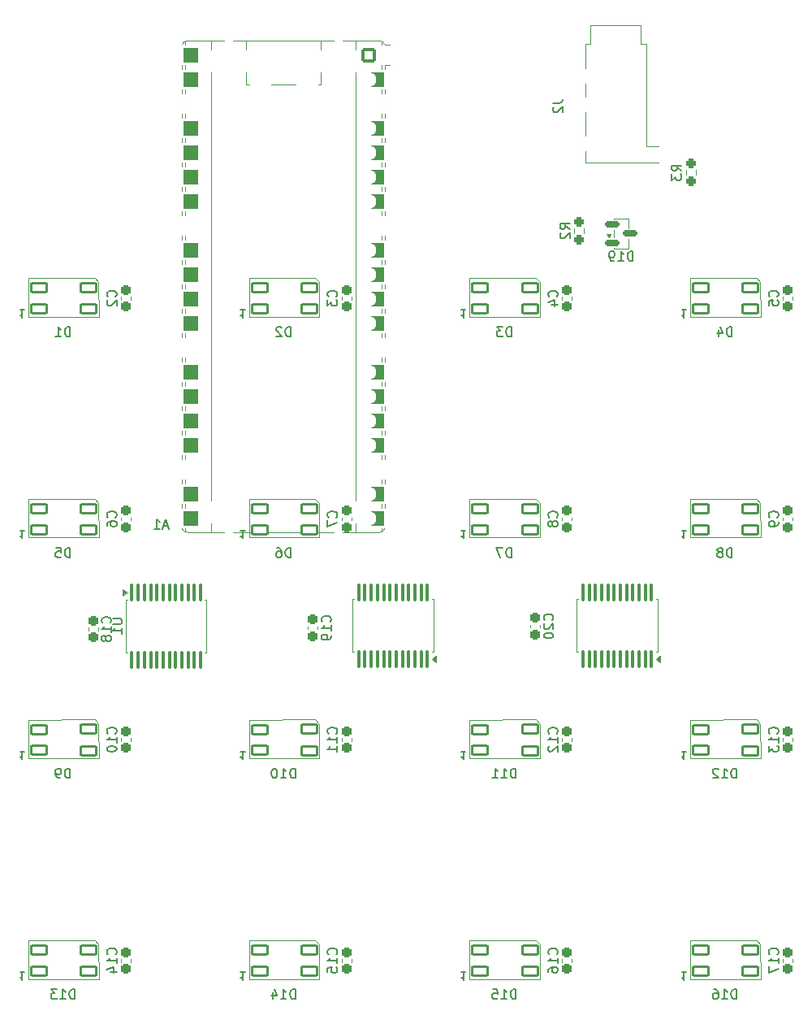
<source format=gbr>
%TF.GenerationSoftware,KiCad,Pcbnew,9.0.6*%
%TF.CreationDate,2025-12-05T21:30:17-05:00*%
%TF.ProjectId,PicoMIDIcontroller,5069636f-4d49-4444-9963-6f6e74726f6c,rev?*%
%TF.SameCoordinates,Original*%
%TF.FileFunction,Legend,Bot*%
%TF.FilePolarity,Positive*%
%FSLAX46Y46*%
G04 Gerber Fmt 4.6, Leading zero omitted, Abs format (unit mm)*
G04 Created by KiCad (PCBNEW 9.0.6) date 2025-12-05 21:30:17*
%MOMM*%
%LPD*%
G01*
G04 APERTURE LIST*
G04 Aperture macros list*
%AMRoundRect*
0 Rectangle with rounded corners*
0 $1 Rounding radius*
0 $2 $3 $4 $5 $6 $7 $8 $9 X,Y pos of 4 corners*
0 Add a 4 corners polygon primitive as box body*
4,1,4,$2,$3,$4,$5,$6,$7,$8,$9,$2,$3,0*
0 Add four circle primitives for the rounded corners*
1,1,$1+$1,$2,$3*
1,1,$1+$1,$4,$5*
1,1,$1+$1,$6,$7*
1,1,$1+$1,$8,$9*
0 Add four rect primitives between the rounded corners*
20,1,$1+$1,$2,$3,$4,$5,0*
20,1,$1+$1,$4,$5,$6,$7,0*
20,1,$1+$1,$6,$7,$8,$9,0*
20,1,$1+$1,$8,$9,$2,$3,0*%
%AMFreePoly0*
4,1,37,0.800000,0.796148,0.878414,0.796148,1.032228,0.765552,1.177117,0.705537,1.307515,0.618408,1.418408,0.507515,1.505537,0.377117,1.565552,0.232228,1.596148,0.078414,1.596148,-0.078414,1.565552,-0.232228,1.505537,-0.377117,1.418408,-0.507515,1.307515,-0.618408,1.177117,-0.705537,1.032228,-0.765552,0.878414,-0.796148,0.800000,-0.796148,0.800000,-0.800000,-1.400000,-0.800000,
-1.403843,-0.796157,-1.439018,-0.796157,-1.511114,-0.766294,-1.566294,-0.711114,-1.596157,-0.639018,-1.596157,-0.603843,-1.600000,-0.600000,-1.600000,0.600000,-1.596157,0.603843,-1.596157,0.639018,-1.566294,0.711114,-1.511114,0.766294,-1.439018,0.796157,-1.403843,0.796157,-1.400000,0.800000,0.800000,0.800000,0.800000,0.796148,0.800000,0.796148,$1*%
%AMFreePoly1*
4,1,37,1.403843,0.796157,1.439018,0.796157,1.511114,0.766294,1.566294,0.711114,1.596157,0.639018,1.596157,0.603843,1.600000,0.600000,1.600000,-0.600000,1.596157,-0.603843,1.596157,-0.639018,1.566294,-0.711114,1.511114,-0.766294,1.439018,-0.796157,1.403843,-0.796157,1.400000,-0.800000,-0.800000,-0.800000,-0.800000,-0.796148,-0.878414,-0.796148,-1.032228,-0.765552,-1.177117,-0.705537,
-1.307515,-0.618408,-1.418408,-0.507515,-1.505537,-0.377117,-1.565552,-0.232228,-1.596148,-0.078414,-1.596148,0.078414,-1.565552,0.232228,-1.505537,0.377117,-1.418408,0.507515,-1.307515,0.618408,-1.177117,0.705537,-1.032228,0.765552,-0.878414,0.796148,-0.800000,0.796148,-0.800000,0.800000,1.400000,0.800000,1.403843,0.796157,1.403843,0.796157,$1*%
%AMFreePoly2*
4,1,37,0.603843,0.796157,0.639018,0.796157,0.711114,0.766294,0.766294,0.711114,0.796157,0.639018,0.796157,0.603843,0.800000,0.600000,0.800000,-0.600000,0.796157,-0.603843,0.796157,-0.639018,0.766294,-0.711114,0.711114,-0.766294,0.639018,-0.796157,0.603843,-0.796157,0.600000,-0.800000,0.000000,-0.800000,0.000000,-0.796148,-0.078414,-0.796148,-0.232228,-0.765552,-0.377117,-0.705537,
-0.507515,-0.618408,-0.618408,-0.507515,-0.705537,-0.377117,-0.765552,-0.232228,-0.796148,-0.078414,-0.796148,0.078414,-0.765552,0.232228,-0.705537,0.377117,-0.618408,0.507515,-0.507515,0.618408,-0.377117,0.705537,-0.232228,0.765552,-0.078414,0.796148,0.000000,0.796148,0.000000,0.800000,0.600000,0.800000,0.603843,0.796157,0.603843,0.796157,$1*%
%AMFreePoly3*
4,1,37,0.000000,0.796148,0.078414,0.796148,0.232228,0.765552,0.377117,0.705537,0.507515,0.618408,0.618408,0.507515,0.705537,0.377117,0.765552,0.232228,0.796148,0.078414,0.796148,-0.078414,0.765552,-0.232228,0.705537,-0.377117,0.618408,-0.507515,0.507515,-0.618408,0.377117,-0.705537,0.232228,-0.765552,0.078414,-0.796148,0.000000,-0.796148,0.000000,-0.800000,-0.600000,-0.800000,
-0.603843,-0.796157,-0.639018,-0.796157,-0.711114,-0.766294,-0.766294,-0.711114,-0.796157,-0.639018,-0.796157,-0.603843,-0.800000,-0.600000,-0.800000,0.600000,-0.796157,0.603843,-0.796157,0.639018,-0.766294,0.711114,-0.711114,0.766294,-0.639018,0.796157,-0.603843,0.796157,-0.600000,0.800000,0.000000,0.800000,0.000000,0.796148,0.000000,0.796148,$1*%
G04 Aperture macros list end*
%ADD10C,0.150000*%
%ADD11C,0.120000*%
%ADD12R,2.000000X2.000000*%
%ADD13C,2.000000*%
%ADD14R,2.500000X1.200000*%
%ADD15C,1.600000*%
%ADD16C,3.200000*%
%ADD17RoundRect,0.237500X-0.237500X0.250000X-0.237500X-0.250000X0.237500X-0.250000X0.237500X0.250000X0*%
%ADD18RoundRect,0.150000X-0.587500X-0.150000X0.587500X-0.150000X0.587500X0.150000X-0.587500X0.150000X0*%
%ADD19RoundRect,0.237500X0.237500X-0.300000X0.237500X0.300000X-0.237500X0.300000X-0.237500X-0.300000X0*%
%ADD20RoundRect,0.237500X-0.237500X0.300000X-0.237500X-0.300000X0.237500X-0.300000X0.237500X0.300000X0*%
%ADD21RoundRect,0.120000X-0.780000X-0.480000X0.780000X-0.480000X0.780000X0.480000X-0.780000X0.480000X0*%
%ADD22R,1.700000X1.700000*%
%ADD23C,1.700000*%
%ADD24RoundRect,0.100000X0.100000X-0.850000X0.100000X0.850000X-0.100000X0.850000X-0.100000X-0.850000X0*%
%ADD25RoundRect,0.100000X-0.100000X0.850000X-0.100000X-0.850000X0.100000X-0.850000X0.100000X0.850000X0*%
%ADD26C,2.200000*%
%ADD27C,1.850000*%
%ADD28FreePoly0,180.000000*%
%ADD29RoundRect,0.200000X0.600000X0.600000X-0.600000X0.600000X-0.600000X-0.600000X0.600000X-0.600000X0*%
%ADD30RoundRect,0.800000X0.800000X0.000010X-0.800000X0.000010X-0.800000X-0.000010X0.800000X-0.000010X0*%
%ADD31FreePoly1,180.000000*%
%ADD32FreePoly2,180.000000*%
%ADD33FreePoly3,180.000000*%
G04 APERTURE END LIST*
D10*
X99154819Y-50516666D02*
X99869104Y-50516666D01*
X99869104Y-50516666D02*
X100011961Y-50469047D01*
X100011961Y-50469047D02*
X100107200Y-50373809D01*
X100107200Y-50373809D02*
X100154819Y-50230952D01*
X100154819Y-50230952D02*
X100154819Y-50135714D01*
X99250057Y-50945238D02*
X99202438Y-50992857D01*
X99202438Y-50992857D02*
X99154819Y-51088095D01*
X99154819Y-51088095D02*
X99154819Y-51326190D01*
X99154819Y-51326190D02*
X99202438Y-51421428D01*
X99202438Y-51421428D02*
X99250057Y-51469047D01*
X99250057Y-51469047D02*
X99345295Y-51516666D01*
X99345295Y-51516666D02*
X99440533Y-51516666D01*
X99440533Y-51516666D02*
X99583390Y-51469047D01*
X99583390Y-51469047D02*
X100154819Y-50897619D01*
X100154819Y-50897619D02*
X100154819Y-51516666D01*
X112549819Y-57595833D02*
X112073628Y-57262500D01*
X112549819Y-57024405D02*
X111549819Y-57024405D01*
X111549819Y-57024405D02*
X111549819Y-57405357D01*
X111549819Y-57405357D02*
X111597438Y-57500595D01*
X111597438Y-57500595D02*
X111645057Y-57548214D01*
X111645057Y-57548214D02*
X111740295Y-57595833D01*
X111740295Y-57595833D02*
X111883152Y-57595833D01*
X111883152Y-57595833D02*
X111978390Y-57548214D01*
X111978390Y-57548214D02*
X112026009Y-57500595D01*
X112026009Y-57500595D02*
X112073628Y-57405357D01*
X112073628Y-57405357D02*
X112073628Y-57024405D01*
X111549819Y-57929167D02*
X111549819Y-58548214D01*
X111549819Y-58548214D02*
X111930771Y-58214881D01*
X111930771Y-58214881D02*
X111930771Y-58357738D01*
X111930771Y-58357738D02*
X111978390Y-58452976D01*
X111978390Y-58452976D02*
X112026009Y-58500595D01*
X112026009Y-58500595D02*
X112121247Y-58548214D01*
X112121247Y-58548214D02*
X112359342Y-58548214D01*
X112359342Y-58548214D02*
X112454580Y-58500595D01*
X112454580Y-58500595D02*
X112502200Y-58452976D01*
X112502200Y-58452976D02*
X112549819Y-58357738D01*
X112549819Y-58357738D02*
X112549819Y-58072024D01*
X112549819Y-58072024D02*
X112502200Y-57976786D01*
X112502200Y-57976786D02*
X112454580Y-57929167D01*
X100899819Y-63670833D02*
X100423628Y-63337500D01*
X100899819Y-63099405D02*
X99899819Y-63099405D01*
X99899819Y-63099405D02*
X99899819Y-63480357D01*
X99899819Y-63480357D02*
X99947438Y-63575595D01*
X99947438Y-63575595D02*
X99995057Y-63623214D01*
X99995057Y-63623214D02*
X100090295Y-63670833D01*
X100090295Y-63670833D02*
X100233152Y-63670833D01*
X100233152Y-63670833D02*
X100328390Y-63623214D01*
X100328390Y-63623214D02*
X100376009Y-63575595D01*
X100376009Y-63575595D02*
X100423628Y-63480357D01*
X100423628Y-63480357D02*
X100423628Y-63099405D01*
X99995057Y-64051786D02*
X99947438Y-64099405D01*
X99947438Y-64099405D02*
X99899819Y-64194643D01*
X99899819Y-64194643D02*
X99899819Y-64432738D01*
X99899819Y-64432738D02*
X99947438Y-64527976D01*
X99947438Y-64527976D02*
X99995057Y-64575595D01*
X99995057Y-64575595D02*
X100090295Y-64623214D01*
X100090295Y-64623214D02*
X100185533Y-64623214D01*
X100185533Y-64623214D02*
X100328390Y-64575595D01*
X100328390Y-64575595D02*
X100899819Y-64004167D01*
X100899819Y-64004167D02*
X100899819Y-64623214D01*
X107476785Y-66979819D02*
X107476785Y-65979819D01*
X107476785Y-65979819D02*
X107238690Y-65979819D01*
X107238690Y-65979819D02*
X107095833Y-66027438D01*
X107095833Y-66027438D02*
X107000595Y-66122676D01*
X107000595Y-66122676D02*
X106952976Y-66217914D01*
X106952976Y-66217914D02*
X106905357Y-66408390D01*
X106905357Y-66408390D02*
X106905357Y-66551247D01*
X106905357Y-66551247D02*
X106952976Y-66741723D01*
X106952976Y-66741723D02*
X107000595Y-66836961D01*
X107000595Y-66836961D02*
X107095833Y-66932200D01*
X107095833Y-66932200D02*
X107238690Y-66979819D01*
X107238690Y-66979819D02*
X107476785Y-66979819D01*
X105952976Y-66979819D02*
X106524404Y-66979819D01*
X106238690Y-66979819D02*
X106238690Y-65979819D01*
X106238690Y-65979819D02*
X106333928Y-66122676D01*
X106333928Y-66122676D02*
X106429166Y-66217914D01*
X106429166Y-66217914D02*
X106524404Y-66265533D01*
X105476785Y-66979819D02*
X105286309Y-66979819D01*
X105286309Y-66979819D02*
X105191071Y-66932200D01*
X105191071Y-66932200D02*
X105143452Y-66884580D01*
X105143452Y-66884580D02*
X105048214Y-66741723D01*
X105048214Y-66741723D02*
X105000595Y-66551247D01*
X105000595Y-66551247D02*
X105000595Y-66170295D01*
X105000595Y-66170295D02*
X105048214Y-66075057D01*
X105048214Y-66075057D02*
X105095833Y-66027438D01*
X105095833Y-66027438D02*
X105191071Y-65979819D01*
X105191071Y-65979819D02*
X105381547Y-65979819D01*
X105381547Y-65979819D02*
X105476785Y-66027438D01*
X105476785Y-66027438D02*
X105524404Y-66075057D01*
X105524404Y-66075057D02*
X105572023Y-66170295D01*
X105572023Y-66170295D02*
X105572023Y-66408390D01*
X105572023Y-66408390D02*
X105524404Y-66503628D01*
X105524404Y-66503628D02*
X105476785Y-66551247D01*
X105476785Y-66551247D02*
X105381547Y-66598866D01*
X105381547Y-66598866D02*
X105191071Y-66598866D01*
X105191071Y-66598866D02*
X105095833Y-66551247D01*
X105095833Y-66551247D02*
X105048214Y-66503628D01*
X105048214Y-66503628D02*
X105000595Y-66408390D01*
X99089580Y-104382142D02*
X99137200Y-104334523D01*
X99137200Y-104334523D02*
X99184819Y-104191666D01*
X99184819Y-104191666D02*
X99184819Y-104096428D01*
X99184819Y-104096428D02*
X99137200Y-103953571D01*
X99137200Y-103953571D02*
X99041961Y-103858333D01*
X99041961Y-103858333D02*
X98946723Y-103810714D01*
X98946723Y-103810714D02*
X98756247Y-103763095D01*
X98756247Y-103763095D02*
X98613390Y-103763095D01*
X98613390Y-103763095D02*
X98422914Y-103810714D01*
X98422914Y-103810714D02*
X98327676Y-103858333D01*
X98327676Y-103858333D02*
X98232438Y-103953571D01*
X98232438Y-103953571D02*
X98184819Y-104096428D01*
X98184819Y-104096428D02*
X98184819Y-104191666D01*
X98184819Y-104191666D02*
X98232438Y-104334523D01*
X98232438Y-104334523D02*
X98280057Y-104382142D01*
X98280057Y-104763095D02*
X98232438Y-104810714D01*
X98232438Y-104810714D02*
X98184819Y-104905952D01*
X98184819Y-104905952D02*
X98184819Y-105144047D01*
X98184819Y-105144047D02*
X98232438Y-105239285D01*
X98232438Y-105239285D02*
X98280057Y-105286904D01*
X98280057Y-105286904D02*
X98375295Y-105334523D01*
X98375295Y-105334523D02*
X98470533Y-105334523D01*
X98470533Y-105334523D02*
X98613390Y-105286904D01*
X98613390Y-105286904D02*
X99184819Y-104715476D01*
X99184819Y-104715476D02*
X99184819Y-105334523D01*
X98184819Y-105953571D02*
X98184819Y-106048809D01*
X98184819Y-106048809D02*
X98232438Y-106144047D01*
X98232438Y-106144047D02*
X98280057Y-106191666D01*
X98280057Y-106191666D02*
X98375295Y-106239285D01*
X98375295Y-106239285D02*
X98565771Y-106286904D01*
X98565771Y-106286904D02*
X98803866Y-106286904D01*
X98803866Y-106286904D02*
X98994342Y-106239285D01*
X98994342Y-106239285D02*
X99089580Y-106191666D01*
X99089580Y-106191666D02*
X99137200Y-106144047D01*
X99137200Y-106144047D02*
X99184819Y-106048809D01*
X99184819Y-106048809D02*
X99184819Y-105953571D01*
X99184819Y-105953571D02*
X99137200Y-105858333D01*
X99137200Y-105858333D02*
X99089580Y-105810714D01*
X99089580Y-105810714D02*
X98994342Y-105763095D01*
X98994342Y-105763095D02*
X98803866Y-105715476D01*
X98803866Y-105715476D02*
X98565771Y-105715476D01*
X98565771Y-105715476D02*
X98375295Y-105763095D01*
X98375295Y-105763095D02*
X98280057Y-105810714D01*
X98280057Y-105810714D02*
X98232438Y-105858333D01*
X98232438Y-105858333D02*
X98184819Y-105953571D01*
X75914580Y-104557142D02*
X75962200Y-104509523D01*
X75962200Y-104509523D02*
X76009819Y-104366666D01*
X76009819Y-104366666D02*
X76009819Y-104271428D01*
X76009819Y-104271428D02*
X75962200Y-104128571D01*
X75962200Y-104128571D02*
X75866961Y-104033333D01*
X75866961Y-104033333D02*
X75771723Y-103985714D01*
X75771723Y-103985714D02*
X75581247Y-103938095D01*
X75581247Y-103938095D02*
X75438390Y-103938095D01*
X75438390Y-103938095D02*
X75247914Y-103985714D01*
X75247914Y-103985714D02*
X75152676Y-104033333D01*
X75152676Y-104033333D02*
X75057438Y-104128571D01*
X75057438Y-104128571D02*
X75009819Y-104271428D01*
X75009819Y-104271428D02*
X75009819Y-104366666D01*
X75009819Y-104366666D02*
X75057438Y-104509523D01*
X75057438Y-104509523D02*
X75105057Y-104557142D01*
X76009819Y-105509523D02*
X76009819Y-104938095D01*
X76009819Y-105223809D02*
X75009819Y-105223809D01*
X75009819Y-105223809D02*
X75152676Y-105128571D01*
X75152676Y-105128571D02*
X75247914Y-105033333D01*
X75247914Y-105033333D02*
X75295533Y-104938095D01*
X76009819Y-105985714D02*
X76009819Y-106176190D01*
X76009819Y-106176190D02*
X75962200Y-106271428D01*
X75962200Y-106271428D02*
X75914580Y-106319047D01*
X75914580Y-106319047D02*
X75771723Y-106414285D01*
X75771723Y-106414285D02*
X75581247Y-106461904D01*
X75581247Y-106461904D02*
X75200295Y-106461904D01*
X75200295Y-106461904D02*
X75105057Y-106414285D01*
X75105057Y-106414285D02*
X75057438Y-106366666D01*
X75057438Y-106366666D02*
X75009819Y-106271428D01*
X75009819Y-106271428D02*
X75009819Y-106080952D01*
X75009819Y-106080952D02*
X75057438Y-105985714D01*
X75057438Y-105985714D02*
X75105057Y-105938095D01*
X75105057Y-105938095D02*
X75200295Y-105890476D01*
X75200295Y-105890476D02*
X75438390Y-105890476D01*
X75438390Y-105890476D02*
X75533628Y-105938095D01*
X75533628Y-105938095D02*
X75581247Y-105985714D01*
X75581247Y-105985714D02*
X75628866Y-106080952D01*
X75628866Y-106080952D02*
X75628866Y-106271428D01*
X75628866Y-106271428D02*
X75581247Y-106366666D01*
X75581247Y-106366666D02*
X75533628Y-106414285D01*
X75533628Y-106414285D02*
X75438390Y-106461904D01*
X52989580Y-104682142D02*
X53037200Y-104634523D01*
X53037200Y-104634523D02*
X53084819Y-104491666D01*
X53084819Y-104491666D02*
X53084819Y-104396428D01*
X53084819Y-104396428D02*
X53037200Y-104253571D01*
X53037200Y-104253571D02*
X52941961Y-104158333D01*
X52941961Y-104158333D02*
X52846723Y-104110714D01*
X52846723Y-104110714D02*
X52656247Y-104063095D01*
X52656247Y-104063095D02*
X52513390Y-104063095D01*
X52513390Y-104063095D02*
X52322914Y-104110714D01*
X52322914Y-104110714D02*
X52227676Y-104158333D01*
X52227676Y-104158333D02*
X52132438Y-104253571D01*
X52132438Y-104253571D02*
X52084819Y-104396428D01*
X52084819Y-104396428D02*
X52084819Y-104491666D01*
X52084819Y-104491666D02*
X52132438Y-104634523D01*
X52132438Y-104634523D02*
X52180057Y-104682142D01*
X53084819Y-105634523D02*
X53084819Y-105063095D01*
X53084819Y-105348809D02*
X52084819Y-105348809D01*
X52084819Y-105348809D02*
X52227676Y-105253571D01*
X52227676Y-105253571D02*
X52322914Y-105158333D01*
X52322914Y-105158333D02*
X52370533Y-105063095D01*
X52513390Y-106205952D02*
X52465771Y-106110714D01*
X52465771Y-106110714D02*
X52418152Y-106063095D01*
X52418152Y-106063095D02*
X52322914Y-106015476D01*
X52322914Y-106015476D02*
X52275295Y-106015476D01*
X52275295Y-106015476D02*
X52180057Y-106063095D01*
X52180057Y-106063095D02*
X52132438Y-106110714D01*
X52132438Y-106110714D02*
X52084819Y-106205952D01*
X52084819Y-106205952D02*
X52084819Y-106396428D01*
X52084819Y-106396428D02*
X52132438Y-106491666D01*
X52132438Y-106491666D02*
X52180057Y-106539285D01*
X52180057Y-106539285D02*
X52275295Y-106586904D01*
X52275295Y-106586904D02*
X52322914Y-106586904D01*
X52322914Y-106586904D02*
X52418152Y-106539285D01*
X52418152Y-106539285D02*
X52465771Y-106491666D01*
X52465771Y-106491666D02*
X52513390Y-106396428D01*
X52513390Y-106396428D02*
X52513390Y-106205952D01*
X52513390Y-106205952D02*
X52561009Y-106110714D01*
X52561009Y-106110714D02*
X52608628Y-106063095D01*
X52608628Y-106063095D02*
X52703866Y-106015476D01*
X52703866Y-106015476D02*
X52894342Y-106015476D01*
X52894342Y-106015476D02*
X52989580Y-106063095D01*
X52989580Y-106063095D02*
X53037200Y-106110714D01*
X53037200Y-106110714D02*
X53084819Y-106205952D01*
X53084819Y-106205952D02*
X53084819Y-106396428D01*
X53084819Y-106396428D02*
X53037200Y-106491666D01*
X53037200Y-106491666D02*
X52989580Y-106539285D01*
X52989580Y-106539285D02*
X52894342Y-106586904D01*
X52894342Y-106586904D02*
X52703866Y-106586904D01*
X52703866Y-106586904D02*
X52608628Y-106539285D01*
X52608628Y-106539285D02*
X52561009Y-106491666D01*
X52561009Y-106491666D02*
X52513390Y-106396428D01*
X76554580Y-70683333D02*
X76602200Y-70635714D01*
X76602200Y-70635714D02*
X76649819Y-70492857D01*
X76649819Y-70492857D02*
X76649819Y-70397619D01*
X76649819Y-70397619D02*
X76602200Y-70254762D01*
X76602200Y-70254762D02*
X76506961Y-70159524D01*
X76506961Y-70159524D02*
X76411723Y-70111905D01*
X76411723Y-70111905D02*
X76221247Y-70064286D01*
X76221247Y-70064286D02*
X76078390Y-70064286D01*
X76078390Y-70064286D02*
X75887914Y-70111905D01*
X75887914Y-70111905D02*
X75792676Y-70159524D01*
X75792676Y-70159524D02*
X75697438Y-70254762D01*
X75697438Y-70254762D02*
X75649819Y-70397619D01*
X75649819Y-70397619D02*
X75649819Y-70492857D01*
X75649819Y-70492857D02*
X75697438Y-70635714D01*
X75697438Y-70635714D02*
X75745057Y-70683333D01*
X75649819Y-71016667D02*
X75649819Y-71635714D01*
X75649819Y-71635714D02*
X76030771Y-71302381D01*
X76030771Y-71302381D02*
X76030771Y-71445238D01*
X76030771Y-71445238D02*
X76078390Y-71540476D01*
X76078390Y-71540476D02*
X76126009Y-71588095D01*
X76126009Y-71588095D02*
X76221247Y-71635714D01*
X76221247Y-71635714D02*
X76459342Y-71635714D01*
X76459342Y-71635714D02*
X76554580Y-71588095D01*
X76554580Y-71588095D02*
X76602200Y-71540476D01*
X76602200Y-71540476D02*
X76649819Y-71445238D01*
X76649819Y-71445238D02*
X76649819Y-71159524D01*
X76649819Y-71159524D02*
X76602200Y-71064286D01*
X76602200Y-71064286D02*
X76554580Y-71016667D01*
X76554580Y-93683333D02*
X76602200Y-93635714D01*
X76602200Y-93635714D02*
X76649819Y-93492857D01*
X76649819Y-93492857D02*
X76649819Y-93397619D01*
X76649819Y-93397619D02*
X76602200Y-93254762D01*
X76602200Y-93254762D02*
X76506961Y-93159524D01*
X76506961Y-93159524D02*
X76411723Y-93111905D01*
X76411723Y-93111905D02*
X76221247Y-93064286D01*
X76221247Y-93064286D02*
X76078390Y-93064286D01*
X76078390Y-93064286D02*
X75887914Y-93111905D01*
X75887914Y-93111905D02*
X75792676Y-93159524D01*
X75792676Y-93159524D02*
X75697438Y-93254762D01*
X75697438Y-93254762D02*
X75649819Y-93397619D01*
X75649819Y-93397619D02*
X75649819Y-93492857D01*
X75649819Y-93492857D02*
X75697438Y-93635714D01*
X75697438Y-93635714D02*
X75745057Y-93683333D01*
X75649819Y-94016667D02*
X75649819Y-94683333D01*
X75649819Y-94683333D02*
X76649819Y-94254762D01*
X71813094Y-97854819D02*
X71813094Y-96854819D01*
X71813094Y-96854819D02*
X71574999Y-96854819D01*
X71574999Y-96854819D02*
X71432142Y-96902438D01*
X71432142Y-96902438D02*
X71336904Y-96997676D01*
X71336904Y-96997676D02*
X71289285Y-97092914D01*
X71289285Y-97092914D02*
X71241666Y-97283390D01*
X71241666Y-97283390D02*
X71241666Y-97426247D01*
X71241666Y-97426247D02*
X71289285Y-97616723D01*
X71289285Y-97616723D02*
X71336904Y-97711961D01*
X71336904Y-97711961D02*
X71432142Y-97807200D01*
X71432142Y-97807200D02*
X71574999Y-97854819D01*
X71574999Y-97854819D02*
X71813094Y-97854819D01*
X70384523Y-96854819D02*
X70574999Y-96854819D01*
X70574999Y-96854819D02*
X70670237Y-96902438D01*
X70670237Y-96902438D02*
X70717856Y-96950057D01*
X70717856Y-96950057D02*
X70813094Y-97092914D01*
X70813094Y-97092914D02*
X70860713Y-97283390D01*
X70860713Y-97283390D02*
X70860713Y-97664342D01*
X70860713Y-97664342D02*
X70813094Y-97759580D01*
X70813094Y-97759580D02*
X70765475Y-97807200D01*
X70765475Y-97807200D02*
X70670237Y-97854819D01*
X70670237Y-97854819D02*
X70479761Y-97854819D01*
X70479761Y-97854819D02*
X70384523Y-97807200D01*
X70384523Y-97807200D02*
X70336904Y-97759580D01*
X70336904Y-97759580D02*
X70289285Y-97664342D01*
X70289285Y-97664342D02*
X70289285Y-97426247D01*
X70289285Y-97426247D02*
X70336904Y-97331009D01*
X70336904Y-97331009D02*
X70384523Y-97283390D01*
X70384523Y-97283390D02*
X70479761Y-97235771D01*
X70479761Y-97235771D02*
X70670237Y-97235771D01*
X70670237Y-97235771D02*
X70765475Y-97283390D01*
X70765475Y-97283390D02*
X70813094Y-97331009D01*
X70813094Y-97331009D02*
X70860713Y-97426247D01*
X67043571Y-95067704D02*
X66586428Y-95067704D01*
X66815000Y-95067704D02*
X66815000Y-95867704D01*
X66815000Y-95867704D02*
X66738809Y-95753419D01*
X66738809Y-95753419D02*
X66662619Y-95677228D01*
X66662619Y-95677228D02*
X66586428Y-95639133D01*
X71813094Y-74854819D02*
X71813094Y-73854819D01*
X71813094Y-73854819D02*
X71574999Y-73854819D01*
X71574999Y-73854819D02*
X71432142Y-73902438D01*
X71432142Y-73902438D02*
X71336904Y-73997676D01*
X71336904Y-73997676D02*
X71289285Y-74092914D01*
X71289285Y-74092914D02*
X71241666Y-74283390D01*
X71241666Y-74283390D02*
X71241666Y-74426247D01*
X71241666Y-74426247D02*
X71289285Y-74616723D01*
X71289285Y-74616723D02*
X71336904Y-74711961D01*
X71336904Y-74711961D02*
X71432142Y-74807200D01*
X71432142Y-74807200D02*
X71574999Y-74854819D01*
X71574999Y-74854819D02*
X71813094Y-74854819D01*
X70860713Y-73950057D02*
X70813094Y-73902438D01*
X70813094Y-73902438D02*
X70717856Y-73854819D01*
X70717856Y-73854819D02*
X70479761Y-73854819D01*
X70479761Y-73854819D02*
X70384523Y-73902438D01*
X70384523Y-73902438D02*
X70336904Y-73950057D01*
X70336904Y-73950057D02*
X70289285Y-74045295D01*
X70289285Y-74045295D02*
X70289285Y-74140533D01*
X70289285Y-74140533D02*
X70336904Y-74283390D01*
X70336904Y-74283390D02*
X70908332Y-74854819D01*
X70908332Y-74854819D02*
X70289285Y-74854819D01*
X67043571Y-72067704D02*
X66586428Y-72067704D01*
X66815000Y-72067704D02*
X66815000Y-72867704D01*
X66815000Y-72867704D02*
X66738809Y-72753419D01*
X66738809Y-72753419D02*
X66662619Y-72677228D01*
X66662619Y-72677228D02*
X66586428Y-72639133D01*
X118289285Y-143854819D02*
X118289285Y-142854819D01*
X118289285Y-142854819D02*
X118051190Y-142854819D01*
X118051190Y-142854819D02*
X117908333Y-142902438D01*
X117908333Y-142902438D02*
X117813095Y-142997676D01*
X117813095Y-142997676D02*
X117765476Y-143092914D01*
X117765476Y-143092914D02*
X117717857Y-143283390D01*
X117717857Y-143283390D02*
X117717857Y-143426247D01*
X117717857Y-143426247D02*
X117765476Y-143616723D01*
X117765476Y-143616723D02*
X117813095Y-143711961D01*
X117813095Y-143711961D02*
X117908333Y-143807200D01*
X117908333Y-143807200D02*
X118051190Y-143854819D01*
X118051190Y-143854819D02*
X118289285Y-143854819D01*
X116765476Y-143854819D02*
X117336904Y-143854819D01*
X117051190Y-143854819D02*
X117051190Y-142854819D01*
X117051190Y-142854819D02*
X117146428Y-142997676D01*
X117146428Y-142997676D02*
X117241666Y-143092914D01*
X117241666Y-143092914D02*
X117336904Y-143140533D01*
X115908333Y-142854819D02*
X116098809Y-142854819D01*
X116098809Y-142854819D02*
X116194047Y-142902438D01*
X116194047Y-142902438D02*
X116241666Y-142950057D01*
X116241666Y-142950057D02*
X116336904Y-143092914D01*
X116336904Y-143092914D02*
X116384523Y-143283390D01*
X116384523Y-143283390D02*
X116384523Y-143664342D01*
X116384523Y-143664342D02*
X116336904Y-143759580D01*
X116336904Y-143759580D02*
X116289285Y-143807200D01*
X116289285Y-143807200D02*
X116194047Y-143854819D01*
X116194047Y-143854819D02*
X116003571Y-143854819D01*
X116003571Y-143854819D02*
X115908333Y-143807200D01*
X115908333Y-143807200D02*
X115860714Y-143759580D01*
X115860714Y-143759580D02*
X115813095Y-143664342D01*
X115813095Y-143664342D02*
X115813095Y-143426247D01*
X115813095Y-143426247D02*
X115860714Y-143331009D01*
X115860714Y-143331009D02*
X115908333Y-143283390D01*
X115908333Y-143283390D02*
X116003571Y-143235771D01*
X116003571Y-143235771D02*
X116194047Y-143235771D01*
X116194047Y-143235771D02*
X116289285Y-143283390D01*
X116289285Y-143283390D02*
X116336904Y-143331009D01*
X116336904Y-143331009D02*
X116384523Y-143426247D01*
X113043571Y-141067704D02*
X112586428Y-141067704D01*
X112815000Y-141067704D02*
X112815000Y-141867704D01*
X112815000Y-141867704D02*
X112738809Y-141753419D01*
X112738809Y-141753419D02*
X112662619Y-141677228D01*
X112662619Y-141677228D02*
X112586428Y-141639133D01*
X95289285Y-143854819D02*
X95289285Y-142854819D01*
X95289285Y-142854819D02*
X95051190Y-142854819D01*
X95051190Y-142854819D02*
X94908333Y-142902438D01*
X94908333Y-142902438D02*
X94813095Y-142997676D01*
X94813095Y-142997676D02*
X94765476Y-143092914D01*
X94765476Y-143092914D02*
X94717857Y-143283390D01*
X94717857Y-143283390D02*
X94717857Y-143426247D01*
X94717857Y-143426247D02*
X94765476Y-143616723D01*
X94765476Y-143616723D02*
X94813095Y-143711961D01*
X94813095Y-143711961D02*
X94908333Y-143807200D01*
X94908333Y-143807200D02*
X95051190Y-143854819D01*
X95051190Y-143854819D02*
X95289285Y-143854819D01*
X93765476Y-143854819D02*
X94336904Y-143854819D01*
X94051190Y-143854819D02*
X94051190Y-142854819D01*
X94051190Y-142854819D02*
X94146428Y-142997676D01*
X94146428Y-142997676D02*
X94241666Y-143092914D01*
X94241666Y-143092914D02*
X94336904Y-143140533D01*
X92860714Y-142854819D02*
X93336904Y-142854819D01*
X93336904Y-142854819D02*
X93384523Y-143331009D01*
X93384523Y-143331009D02*
X93336904Y-143283390D01*
X93336904Y-143283390D02*
X93241666Y-143235771D01*
X93241666Y-143235771D02*
X93003571Y-143235771D01*
X93003571Y-143235771D02*
X92908333Y-143283390D01*
X92908333Y-143283390D02*
X92860714Y-143331009D01*
X92860714Y-143331009D02*
X92813095Y-143426247D01*
X92813095Y-143426247D02*
X92813095Y-143664342D01*
X92813095Y-143664342D02*
X92860714Y-143759580D01*
X92860714Y-143759580D02*
X92908333Y-143807200D01*
X92908333Y-143807200D02*
X93003571Y-143854819D01*
X93003571Y-143854819D02*
X93241666Y-143854819D01*
X93241666Y-143854819D02*
X93336904Y-143807200D01*
X93336904Y-143807200D02*
X93384523Y-143759580D01*
X90043571Y-141067704D02*
X89586428Y-141067704D01*
X89815000Y-141067704D02*
X89815000Y-141867704D01*
X89815000Y-141867704D02*
X89738809Y-141753419D01*
X89738809Y-141753419D02*
X89662619Y-141677228D01*
X89662619Y-141677228D02*
X89586428Y-141639133D01*
X72289285Y-143854819D02*
X72289285Y-142854819D01*
X72289285Y-142854819D02*
X72051190Y-142854819D01*
X72051190Y-142854819D02*
X71908333Y-142902438D01*
X71908333Y-142902438D02*
X71813095Y-142997676D01*
X71813095Y-142997676D02*
X71765476Y-143092914D01*
X71765476Y-143092914D02*
X71717857Y-143283390D01*
X71717857Y-143283390D02*
X71717857Y-143426247D01*
X71717857Y-143426247D02*
X71765476Y-143616723D01*
X71765476Y-143616723D02*
X71813095Y-143711961D01*
X71813095Y-143711961D02*
X71908333Y-143807200D01*
X71908333Y-143807200D02*
X72051190Y-143854819D01*
X72051190Y-143854819D02*
X72289285Y-143854819D01*
X70765476Y-143854819D02*
X71336904Y-143854819D01*
X71051190Y-143854819D02*
X71051190Y-142854819D01*
X71051190Y-142854819D02*
X71146428Y-142997676D01*
X71146428Y-142997676D02*
X71241666Y-143092914D01*
X71241666Y-143092914D02*
X71336904Y-143140533D01*
X69908333Y-143188152D02*
X69908333Y-143854819D01*
X70146428Y-142807200D02*
X70384523Y-143521485D01*
X70384523Y-143521485D02*
X69765476Y-143521485D01*
X67043571Y-141067704D02*
X66586428Y-141067704D01*
X66815000Y-141067704D02*
X66815000Y-141867704D01*
X66815000Y-141867704D02*
X66738809Y-141753419D01*
X66738809Y-141753419D02*
X66662619Y-141677228D01*
X66662619Y-141677228D02*
X66586428Y-141639133D01*
X49289285Y-143854819D02*
X49289285Y-142854819D01*
X49289285Y-142854819D02*
X49051190Y-142854819D01*
X49051190Y-142854819D02*
X48908333Y-142902438D01*
X48908333Y-142902438D02*
X48813095Y-142997676D01*
X48813095Y-142997676D02*
X48765476Y-143092914D01*
X48765476Y-143092914D02*
X48717857Y-143283390D01*
X48717857Y-143283390D02*
X48717857Y-143426247D01*
X48717857Y-143426247D02*
X48765476Y-143616723D01*
X48765476Y-143616723D02*
X48813095Y-143711961D01*
X48813095Y-143711961D02*
X48908333Y-143807200D01*
X48908333Y-143807200D02*
X49051190Y-143854819D01*
X49051190Y-143854819D02*
X49289285Y-143854819D01*
X47765476Y-143854819D02*
X48336904Y-143854819D01*
X48051190Y-143854819D02*
X48051190Y-142854819D01*
X48051190Y-142854819D02*
X48146428Y-142997676D01*
X48146428Y-142997676D02*
X48241666Y-143092914D01*
X48241666Y-143092914D02*
X48336904Y-143140533D01*
X47432142Y-142854819D02*
X46813095Y-142854819D01*
X46813095Y-142854819D02*
X47146428Y-143235771D01*
X47146428Y-143235771D02*
X47003571Y-143235771D01*
X47003571Y-143235771D02*
X46908333Y-143283390D01*
X46908333Y-143283390D02*
X46860714Y-143331009D01*
X46860714Y-143331009D02*
X46813095Y-143426247D01*
X46813095Y-143426247D02*
X46813095Y-143664342D01*
X46813095Y-143664342D02*
X46860714Y-143759580D01*
X46860714Y-143759580D02*
X46908333Y-143807200D01*
X46908333Y-143807200D02*
X47003571Y-143854819D01*
X47003571Y-143854819D02*
X47289285Y-143854819D01*
X47289285Y-143854819D02*
X47384523Y-143807200D01*
X47384523Y-143807200D02*
X47432142Y-143759580D01*
X44043571Y-141067704D02*
X43586428Y-141067704D01*
X43815000Y-141067704D02*
X43815000Y-141867704D01*
X43815000Y-141867704D02*
X43738809Y-141753419D01*
X43738809Y-141753419D02*
X43662619Y-141677228D01*
X43662619Y-141677228D02*
X43586428Y-141639133D01*
X118289285Y-120854819D02*
X118289285Y-119854819D01*
X118289285Y-119854819D02*
X118051190Y-119854819D01*
X118051190Y-119854819D02*
X117908333Y-119902438D01*
X117908333Y-119902438D02*
X117813095Y-119997676D01*
X117813095Y-119997676D02*
X117765476Y-120092914D01*
X117765476Y-120092914D02*
X117717857Y-120283390D01*
X117717857Y-120283390D02*
X117717857Y-120426247D01*
X117717857Y-120426247D02*
X117765476Y-120616723D01*
X117765476Y-120616723D02*
X117813095Y-120711961D01*
X117813095Y-120711961D02*
X117908333Y-120807200D01*
X117908333Y-120807200D02*
X118051190Y-120854819D01*
X118051190Y-120854819D02*
X118289285Y-120854819D01*
X116765476Y-120854819D02*
X117336904Y-120854819D01*
X117051190Y-120854819D02*
X117051190Y-119854819D01*
X117051190Y-119854819D02*
X117146428Y-119997676D01*
X117146428Y-119997676D02*
X117241666Y-120092914D01*
X117241666Y-120092914D02*
X117336904Y-120140533D01*
X116384523Y-119950057D02*
X116336904Y-119902438D01*
X116336904Y-119902438D02*
X116241666Y-119854819D01*
X116241666Y-119854819D02*
X116003571Y-119854819D01*
X116003571Y-119854819D02*
X115908333Y-119902438D01*
X115908333Y-119902438D02*
X115860714Y-119950057D01*
X115860714Y-119950057D02*
X115813095Y-120045295D01*
X115813095Y-120045295D02*
X115813095Y-120140533D01*
X115813095Y-120140533D02*
X115860714Y-120283390D01*
X115860714Y-120283390D02*
X116432142Y-120854819D01*
X116432142Y-120854819D02*
X115813095Y-120854819D01*
X113043571Y-118067704D02*
X112586428Y-118067704D01*
X112815000Y-118067704D02*
X112815000Y-118867704D01*
X112815000Y-118867704D02*
X112738809Y-118753419D01*
X112738809Y-118753419D02*
X112662619Y-118677228D01*
X112662619Y-118677228D02*
X112586428Y-118639133D01*
X95289285Y-120854819D02*
X95289285Y-119854819D01*
X95289285Y-119854819D02*
X95051190Y-119854819D01*
X95051190Y-119854819D02*
X94908333Y-119902438D01*
X94908333Y-119902438D02*
X94813095Y-119997676D01*
X94813095Y-119997676D02*
X94765476Y-120092914D01*
X94765476Y-120092914D02*
X94717857Y-120283390D01*
X94717857Y-120283390D02*
X94717857Y-120426247D01*
X94717857Y-120426247D02*
X94765476Y-120616723D01*
X94765476Y-120616723D02*
X94813095Y-120711961D01*
X94813095Y-120711961D02*
X94908333Y-120807200D01*
X94908333Y-120807200D02*
X95051190Y-120854819D01*
X95051190Y-120854819D02*
X95289285Y-120854819D01*
X93765476Y-120854819D02*
X94336904Y-120854819D01*
X94051190Y-120854819D02*
X94051190Y-119854819D01*
X94051190Y-119854819D02*
X94146428Y-119997676D01*
X94146428Y-119997676D02*
X94241666Y-120092914D01*
X94241666Y-120092914D02*
X94336904Y-120140533D01*
X92813095Y-120854819D02*
X93384523Y-120854819D01*
X93098809Y-120854819D02*
X93098809Y-119854819D01*
X93098809Y-119854819D02*
X93194047Y-119997676D01*
X93194047Y-119997676D02*
X93289285Y-120092914D01*
X93289285Y-120092914D02*
X93384523Y-120140533D01*
X90043571Y-118067704D02*
X89586428Y-118067704D01*
X89815000Y-118067704D02*
X89815000Y-118867704D01*
X89815000Y-118867704D02*
X89738809Y-118753419D01*
X89738809Y-118753419D02*
X89662619Y-118677228D01*
X89662619Y-118677228D02*
X89586428Y-118639133D01*
X72289285Y-120854819D02*
X72289285Y-119854819D01*
X72289285Y-119854819D02*
X72051190Y-119854819D01*
X72051190Y-119854819D02*
X71908333Y-119902438D01*
X71908333Y-119902438D02*
X71813095Y-119997676D01*
X71813095Y-119997676D02*
X71765476Y-120092914D01*
X71765476Y-120092914D02*
X71717857Y-120283390D01*
X71717857Y-120283390D02*
X71717857Y-120426247D01*
X71717857Y-120426247D02*
X71765476Y-120616723D01*
X71765476Y-120616723D02*
X71813095Y-120711961D01*
X71813095Y-120711961D02*
X71908333Y-120807200D01*
X71908333Y-120807200D02*
X72051190Y-120854819D01*
X72051190Y-120854819D02*
X72289285Y-120854819D01*
X70765476Y-120854819D02*
X71336904Y-120854819D01*
X71051190Y-120854819D02*
X71051190Y-119854819D01*
X71051190Y-119854819D02*
X71146428Y-119997676D01*
X71146428Y-119997676D02*
X71241666Y-120092914D01*
X71241666Y-120092914D02*
X71336904Y-120140533D01*
X70146428Y-119854819D02*
X70051190Y-119854819D01*
X70051190Y-119854819D02*
X69955952Y-119902438D01*
X69955952Y-119902438D02*
X69908333Y-119950057D01*
X69908333Y-119950057D02*
X69860714Y-120045295D01*
X69860714Y-120045295D02*
X69813095Y-120235771D01*
X69813095Y-120235771D02*
X69813095Y-120473866D01*
X69813095Y-120473866D02*
X69860714Y-120664342D01*
X69860714Y-120664342D02*
X69908333Y-120759580D01*
X69908333Y-120759580D02*
X69955952Y-120807200D01*
X69955952Y-120807200D02*
X70051190Y-120854819D01*
X70051190Y-120854819D02*
X70146428Y-120854819D01*
X70146428Y-120854819D02*
X70241666Y-120807200D01*
X70241666Y-120807200D02*
X70289285Y-120759580D01*
X70289285Y-120759580D02*
X70336904Y-120664342D01*
X70336904Y-120664342D02*
X70384523Y-120473866D01*
X70384523Y-120473866D02*
X70384523Y-120235771D01*
X70384523Y-120235771D02*
X70336904Y-120045295D01*
X70336904Y-120045295D02*
X70289285Y-119950057D01*
X70289285Y-119950057D02*
X70241666Y-119902438D01*
X70241666Y-119902438D02*
X70146428Y-119854819D01*
X67043571Y-118067704D02*
X66586428Y-118067704D01*
X66815000Y-118067704D02*
X66815000Y-118867704D01*
X66815000Y-118867704D02*
X66738809Y-118753419D01*
X66738809Y-118753419D02*
X66662619Y-118677228D01*
X66662619Y-118677228D02*
X66586428Y-118639133D01*
X48813094Y-120854819D02*
X48813094Y-119854819D01*
X48813094Y-119854819D02*
X48574999Y-119854819D01*
X48574999Y-119854819D02*
X48432142Y-119902438D01*
X48432142Y-119902438D02*
X48336904Y-119997676D01*
X48336904Y-119997676D02*
X48289285Y-120092914D01*
X48289285Y-120092914D02*
X48241666Y-120283390D01*
X48241666Y-120283390D02*
X48241666Y-120426247D01*
X48241666Y-120426247D02*
X48289285Y-120616723D01*
X48289285Y-120616723D02*
X48336904Y-120711961D01*
X48336904Y-120711961D02*
X48432142Y-120807200D01*
X48432142Y-120807200D02*
X48574999Y-120854819D01*
X48574999Y-120854819D02*
X48813094Y-120854819D01*
X47765475Y-120854819D02*
X47574999Y-120854819D01*
X47574999Y-120854819D02*
X47479761Y-120807200D01*
X47479761Y-120807200D02*
X47432142Y-120759580D01*
X47432142Y-120759580D02*
X47336904Y-120616723D01*
X47336904Y-120616723D02*
X47289285Y-120426247D01*
X47289285Y-120426247D02*
X47289285Y-120045295D01*
X47289285Y-120045295D02*
X47336904Y-119950057D01*
X47336904Y-119950057D02*
X47384523Y-119902438D01*
X47384523Y-119902438D02*
X47479761Y-119854819D01*
X47479761Y-119854819D02*
X47670237Y-119854819D01*
X47670237Y-119854819D02*
X47765475Y-119902438D01*
X47765475Y-119902438D02*
X47813094Y-119950057D01*
X47813094Y-119950057D02*
X47860713Y-120045295D01*
X47860713Y-120045295D02*
X47860713Y-120283390D01*
X47860713Y-120283390D02*
X47813094Y-120378628D01*
X47813094Y-120378628D02*
X47765475Y-120426247D01*
X47765475Y-120426247D02*
X47670237Y-120473866D01*
X47670237Y-120473866D02*
X47479761Y-120473866D01*
X47479761Y-120473866D02*
X47384523Y-120426247D01*
X47384523Y-120426247D02*
X47336904Y-120378628D01*
X47336904Y-120378628D02*
X47289285Y-120283390D01*
X44043571Y-118067704D02*
X43586428Y-118067704D01*
X43815000Y-118067704D02*
X43815000Y-118867704D01*
X43815000Y-118867704D02*
X43738809Y-118753419D01*
X43738809Y-118753419D02*
X43662619Y-118677228D01*
X43662619Y-118677228D02*
X43586428Y-118639133D01*
X117813094Y-97854819D02*
X117813094Y-96854819D01*
X117813094Y-96854819D02*
X117574999Y-96854819D01*
X117574999Y-96854819D02*
X117432142Y-96902438D01*
X117432142Y-96902438D02*
X117336904Y-96997676D01*
X117336904Y-96997676D02*
X117289285Y-97092914D01*
X117289285Y-97092914D02*
X117241666Y-97283390D01*
X117241666Y-97283390D02*
X117241666Y-97426247D01*
X117241666Y-97426247D02*
X117289285Y-97616723D01*
X117289285Y-97616723D02*
X117336904Y-97711961D01*
X117336904Y-97711961D02*
X117432142Y-97807200D01*
X117432142Y-97807200D02*
X117574999Y-97854819D01*
X117574999Y-97854819D02*
X117813094Y-97854819D01*
X116670237Y-97283390D02*
X116765475Y-97235771D01*
X116765475Y-97235771D02*
X116813094Y-97188152D01*
X116813094Y-97188152D02*
X116860713Y-97092914D01*
X116860713Y-97092914D02*
X116860713Y-97045295D01*
X116860713Y-97045295D02*
X116813094Y-96950057D01*
X116813094Y-96950057D02*
X116765475Y-96902438D01*
X116765475Y-96902438D02*
X116670237Y-96854819D01*
X116670237Y-96854819D02*
X116479761Y-96854819D01*
X116479761Y-96854819D02*
X116384523Y-96902438D01*
X116384523Y-96902438D02*
X116336904Y-96950057D01*
X116336904Y-96950057D02*
X116289285Y-97045295D01*
X116289285Y-97045295D02*
X116289285Y-97092914D01*
X116289285Y-97092914D02*
X116336904Y-97188152D01*
X116336904Y-97188152D02*
X116384523Y-97235771D01*
X116384523Y-97235771D02*
X116479761Y-97283390D01*
X116479761Y-97283390D02*
X116670237Y-97283390D01*
X116670237Y-97283390D02*
X116765475Y-97331009D01*
X116765475Y-97331009D02*
X116813094Y-97378628D01*
X116813094Y-97378628D02*
X116860713Y-97473866D01*
X116860713Y-97473866D02*
X116860713Y-97664342D01*
X116860713Y-97664342D02*
X116813094Y-97759580D01*
X116813094Y-97759580D02*
X116765475Y-97807200D01*
X116765475Y-97807200D02*
X116670237Y-97854819D01*
X116670237Y-97854819D02*
X116479761Y-97854819D01*
X116479761Y-97854819D02*
X116384523Y-97807200D01*
X116384523Y-97807200D02*
X116336904Y-97759580D01*
X116336904Y-97759580D02*
X116289285Y-97664342D01*
X116289285Y-97664342D02*
X116289285Y-97473866D01*
X116289285Y-97473866D02*
X116336904Y-97378628D01*
X116336904Y-97378628D02*
X116384523Y-97331009D01*
X116384523Y-97331009D02*
X116479761Y-97283390D01*
X113043571Y-95067704D02*
X112586428Y-95067704D01*
X112815000Y-95067704D02*
X112815000Y-95867704D01*
X112815000Y-95867704D02*
X112738809Y-95753419D01*
X112738809Y-95753419D02*
X112662619Y-95677228D01*
X112662619Y-95677228D02*
X112586428Y-95639133D01*
X94813094Y-97854819D02*
X94813094Y-96854819D01*
X94813094Y-96854819D02*
X94574999Y-96854819D01*
X94574999Y-96854819D02*
X94432142Y-96902438D01*
X94432142Y-96902438D02*
X94336904Y-96997676D01*
X94336904Y-96997676D02*
X94289285Y-97092914D01*
X94289285Y-97092914D02*
X94241666Y-97283390D01*
X94241666Y-97283390D02*
X94241666Y-97426247D01*
X94241666Y-97426247D02*
X94289285Y-97616723D01*
X94289285Y-97616723D02*
X94336904Y-97711961D01*
X94336904Y-97711961D02*
X94432142Y-97807200D01*
X94432142Y-97807200D02*
X94574999Y-97854819D01*
X94574999Y-97854819D02*
X94813094Y-97854819D01*
X93908332Y-96854819D02*
X93241666Y-96854819D01*
X93241666Y-96854819D02*
X93670237Y-97854819D01*
X90043571Y-95067704D02*
X89586428Y-95067704D01*
X89815000Y-95067704D02*
X89815000Y-95867704D01*
X89815000Y-95867704D02*
X89738809Y-95753419D01*
X89738809Y-95753419D02*
X89662619Y-95677228D01*
X89662619Y-95677228D02*
X89586428Y-95639133D01*
X48813094Y-97854819D02*
X48813094Y-96854819D01*
X48813094Y-96854819D02*
X48574999Y-96854819D01*
X48574999Y-96854819D02*
X48432142Y-96902438D01*
X48432142Y-96902438D02*
X48336904Y-96997676D01*
X48336904Y-96997676D02*
X48289285Y-97092914D01*
X48289285Y-97092914D02*
X48241666Y-97283390D01*
X48241666Y-97283390D02*
X48241666Y-97426247D01*
X48241666Y-97426247D02*
X48289285Y-97616723D01*
X48289285Y-97616723D02*
X48336904Y-97711961D01*
X48336904Y-97711961D02*
X48432142Y-97807200D01*
X48432142Y-97807200D02*
X48574999Y-97854819D01*
X48574999Y-97854819D02*
X48813094Y-97854819D01*
X47336904Y-96854819D02*
X47813094Y-96854819D01*
X47813094Y-96854819D02*
X47860713Y-97331009D01*
X47860713Y-97331009D02*
X47813094Y-97283390D01*
X47813094Y-97283390D02*
X47717856Y-97235771D01*
X47717856Y-97235771D02*
X47479761Y-97235771D01*
X47479761Y-97235771D02*
X47384523Y-97283390D01*
X47384523Y-97283390D02*
X47336904Y-97331009D01*
X47336904Y-97331009D02*
X47289285Y-97426247D01*
X47289285Y-97426247D02*
X47289285Y-97664342D01*
X47289285Y-97664342D02*
X47336904Y-97759580D01*
X47336904Y-97759580D02*
X47384523Y-97807200D01*
X47384523Y-97807200D02*
X47479761Y-97854819D01*
X47479761Y-97854819D02*
X47717856Y-97854819D01*
X47717856Y-97854819D02*
X47813094Y-97807200D01*
X47813094Y-97807200D02*
X47860713Y-97759580D01*
X44043571Y-95067704D02*
X43586428Y-95067704D01*
X43815000Y-95067704D02*
X43815000Y-95867704D01*
X43815000Y-95867704D02*
X43738809Y-95753419D01*
X43738809Y-95753419D02*
X43662619Y-95677228D01*
X43662619Y-95677228D02*
X43586428Y-95639133D01*
X117813094Y-74854819D02*
X117813094Y-73854819D01*
X117813094Y-73854819D02*
X117574999Y-73854819D01*
X117574999Y-73854819D02*
X117432142Y-73902438D01*
X117432142Y-73902438D02*
X117336904Y-73997676D01*
X117336904Y-73997676D02*
X117289285Y-74092914D01*
X117289285Y-74092914D02*
X117241666Y-74283390D01*
X117241666Y-74283390D02*
X117241666Y-74426247D01*
X117241666Y-74426247D02*
X117289285Y-74616723D01*
X117289285Y-74616723D02*
X117336904Y-74711961D01*
X117336904Y-74711961D02*
X117432142Y-74807200D01*
X117432142Y-74807200D02*
X117574999Y-74854819D01*
X117574999Y-74854819D02*
X117813094Y-74854819D01*
X116384523Y-74188152D02*
X116384523Y-74854819D01*
X116622618Y-73807200D02*
X116860713Y-74521485D01*
X116860713Y-74521485D02*
X116241666Y-74521485D01*
X113043571Y-72067704D02*
X112586428Y-72067704D01*
X112815000Y-72067704D02*
X112815000Y-72867704D01*
X112815000Y-72867704D02*
X112738809Y-72753419D01*
X112738809Y-72753419D02*
X112662619Y-72677228D01*
X112662619Y-72677228D02*
X112586428Y-72639133D01*
X94813094Y-74854819D02*
X94813094Y-73854819D01*
X94813094Y-73854819D02*
X94574999Y-73854819D01*
X94574999Y-73854819D02*
X94432142Y-73902438D01*
X94432142Y-73902438D02*
X94336904Y-73997676D01*
X94336904Y-73997676D02*
X94289285Y-74092914D01*
X94289285Y-74092914D02*
X94241666Y-74283390D01*
X94241666Y-74283390D02*
X94241666Y-74426247D01*
X94241666Y-74426247D02*
X94289285Y-74616723D01*
X94289285Y-74616723D02*
X94336904Y-74711961D01*
X94336904Y-74711961D02*
X94432142Y-74807200D01*
X94432142Y-74807200D02*
X94574999Y-74854819D01*
X94574999Y-74854819D02*
X94813094Y-74854819D01*
X93908332Y-73854819D02*
X93289285Y-73854819D01*
X93289285Y-73854819D02*
X93622618Y-74235771D01*
X93622618Y-74235771D02*
X93479761Y-74235771D01*
X93479761Y-74235771D02*
X93384523Y-74283390D01*
X93384523Y-74283390D02*
X93336904Y-74331009D01*
X93336904Y-74331009D02*
X93289285Y-74426247D01*
X93289285Y-74426247D02*
X93289285Y-74664342D01*
X93289285Y-74664342D02*
X93336904Y-74759580D01*
X93336904Y-74759580D02*
X93384523Y-74807200D01*
X93384523Y-74807200D02*
X93479761Y-74854819D01*
X93479761Y-74854819D02*
X93765475Y-74854819D01*
X93765475Y-74854819D02*
X93860713Y-74807200D01*
X93860713Y-74807200D02*
X93908332Y-74759580D01*
X90043571Y-72067704D02*
X89586428Y-72067704D01*
X89815000Y-72067704D02*
X89815000Y-72867704D01*
X89815000Y-72867704D02*
X89738809Y-72753419D01*
X89738809Y-72753419D02*
X89662619Y-72677228D01*
X89662619Y-72677228D02*
X89586428Y-72639133D01*
X48813094Y-74854819D02*
X48813094Y-73854819D01*
X48813094Y-73854819D02*
X48574999Y-73854819D01*
X48574999Y-73854819D02*
X48432142Y-73902438D01*
X48432142Y-73902438D02*
X48336904Y-73997676D01*
X48336904Y-73997676D02*
X48289285Y-74092914D01*
X48289285Y-74092914D02*
X48241666Y-74283390D01*
X48241666Y-74283390D02*
X48241666Y-74426247D01*
X48241666Y-74426247D02*
X48289285Y-74616723D01*
X48289285Y-74616723D02*
X48336904Y-74711961D01*
X48336904Y-74711961D02*
X48432142Y-74807200D01*
X48432142Y-74807200D02*
X48574999Y-74854819D01*
X48574999Y-74854819D02*
X48813094Y-74854819D01*
X47289285Y-74854819D02*
X47860713Y-74854819D01*
X47574999Y-74854819D02*
X47574999Y-73854819D01*
X47574999Y-73854819D02*
X47670237Y-73997676D01*
X47670237Y-73997676D02*
X47765475Y-74092914D01*
X47765475Y-74092914D02*
X47860713Y-74140533D01*
X44043571Y-72067704D02*
X43586428Y-72067704D01*
X43815000Y-72067704D02*
X43815000Y-72867704D01*
X43815000Y-72867704D02*
X43738809Y-72753419D01*
X43738809Y-72753419D02*
X43662619Y-72677228D01*
X43662619Y-72677228D02*
X43586428Y-72639133D01*
X53229819Y-104238095D02*
X54039342Y-104238095D01*
X54039342Y-104238095D02*
X54134580Y-104285714D01*
X54134580Y-104285714D02*
X54182200Y-104333333D01*
X54182200Y-104333333D02*
X54229819Y-104428571D01*
X54229819Y-104428571D02*
X54229819Y-104619047D01*
X54229819Y-104619047D02*
X54182200Y-104714285D01*
X54182200Y-104714285D02*
X54134580Y-104761904D01*
X54134580Y-104761904D02*
X54039342Y-104809523D01*
X54039342Y-104809523D02*
X53229819Y-104809523D01*
X54229819Y-105809523D02*
X54229819Y-105238095D01*
X54229819Y-105523809D02*
X53229819Y-105523809D01*
X53229819Y-105523809D02*
X53372676Y-105428571D01*
X53372676Y-105428571D02*
X53467914Y-105333333D01*
X53467914Y-105333333D02*
X53515533Y-105238095D01*
X122554580Y-139207142D02*
X122602200Y-139159523D01*
X122602200Y-139159523D02*
X122649819Y-139016666D01*
X122649819Y-139016666D02*
X122649819Y-138921428D01*
X122649819Y-138921428D02*
X122602200Y-138778571D01*
X122602200Y-138778571D02*
X122506961Y-138683333D01*
X122506961Y-138683333D02*
X122411723Y-138635714D01*
X122411723Y-138635714D02*
X122221247Y-138588095D01*
X122221247Y-138588095D02*
X122078390Y-138588095D01*
X122078390Y-138588095D02*
X121887914Y-138635714D01*
X121887914Y-138635714D02*
X121792676Y-138683333D01*
X121792676Y-138683333D02*
X121697438Y-138778571D01*
X121697438Y-138778571D02*
X121649819Y-138921428D01*
X121649819Y-138921428D02*
X121649819Y-139016666D01*
X121649819Y-139016666D02*
X121697438Y-139159523D01*
X121697438Y-139159523D02*
X121745057Y-139207142D01*
X122649819Y-140159523D02*
X122649819Y-139588095D01*
X122649819Y-139873809D02*
X121649819Y-139873809D01*
X121649819Y-139873809D02*
X121792676Y-139778571D01*
X121792676Y-139778571D02*
X121887914Y-139683333D01*
X121887914Y-139683333D02*
X121935533Y-139588095D01*
X121649819Y-140492857D02*
X121649819Y-141159523D01*
X121649819Y-141159523D02*
X122649819Y-140730952D01*
X99554580Y-139207142D02*
X99602200Y-139159523D01*
X99602200Y-139159523D02*
X99649819Y-139016666D01*
X99649819Y-139016666D02*
X99649819Y-138921428D01*
X99649819Y-138921428D02*
X99602200Y-138778571D01*
X99602200Y-138778571D02*
X99506961Y-138683333D01*
X99506961Y-138683333D02*
X99411723Y-138635714D01*
X99411723Y-138635714D02*
X99221247Y-138588095D01*
X99221247Y-138588095D02*
X99078390Y-138588095D01*
X99078390Y-138588095D02*
X98887914Y-138635714D01*
X98887914Y-138635714D02*
X98792676Y-138683333D01*
X98792676Y-138683333D02*
X98697438Y-138778571D01*
X98697438Y-138778571D02*
X98649819Y-138921428D01*
X98649819Y-138921428D02*
X98649819Y-139016666D01*
X98649819Y-139016666D02*
X98697438Y-139159523D01*
X98697438Y-139159523D02*
X98745057Y-139207142D01*
X99649819Y-140159523D02*
X99649819Y-139588095D01*
X99649819Y-139873809D02*
X98649819Y-139873809D01*
X98649819Y-139873809D02*
X98792676Y-139778571D01*
X98792676Y-139778571D02*
X98887914Y-139683333D01*
X98887914Y-139683333D02*
X98935533Y-139588095D01*
X98649819Y-141016666D02*
X98649819Y-140826190D01*
X98649819Y-140826190D02*
X98697438Y-140730952D01*
X98697438Y-140730952D02*
X98745057Y-140683333D01*
X98745057Y-140683333D02*
X98887914Y-140588095D01*
X98887914Y-140588095D02*
X99078390Y-140540476D01*
X99078390Y-140540476D02*
X99459342Y-140540476D01*
X99459342Y-140540476D02*
X99554580Y-140588095D01*
X99554580Y-140588095D02*
X99602200Y-140635714D01*
X99602200Y-140635714D02*
X99649819Y-140730952D01*
X99649819Y-140730952D02*
X99649819Y-140921428D01*
X99649819Y-140921428D02*
X99602200Y-141016666D01*
X99602200Y-141016666D02*
X99554580Y-141064285D01*
X99554580Y-141064285D02*
X99459342Y-141111904D01*
X99459342Y-141111904D02*
X99221247Y-141111904D01*
X99221247Y-141111904D02*
X99126009Y-141064285D01*
X99126009Y-141064285D02*
X99078390Y-141016666D01*
X99078390Y-141016666D02*
X99030771Y-140921428D01*
X99030771Y-140921428D02*
X99030771Y-140730952D01*
X99030771Y-140730952D02*
X99078390Y-140635714D01*
X99078390Y-140635714D02*
X99126009Y-140588095D01*
X99126009Y-140588095D02*
X99221247Y-140540476D01*
X76554580Y-139207142D02*
X76602200Y-139159523D01*
X76602200Y-139159523D02*
X76649819Y-139016666D01*
X76649819Y-139016666D02*
X76649819Y-138921428D01*
X76649819Y-138921428D02*
X76602200Y-138778571D01*
X76602200Y-138778571D02*
X76506961Y-138683333D01*
X76506961Y-138683333D02*
X76411723Y-138635714D01*
X76411723Y-138635714D02*
X76221247Y-138588095D01*
X76221247Y-138588095D02*
X76078390Y-138588095D01*
X76078390Y-138588095D02*
X75887914Y-138635714D01*
X75887914Y-138635714D02*
X75792676Y-138683333D01*
X75792676Y-138683333D02*
X75697438Y-138778571D01*
X75697438Y-138778571D02*
X75649819Y-138921428D01*
X75649819Y-138921428D02*
X75649819Y-139016666D01*
X75649819Y-139016666D02*
X75697438Y-139159523D01*
X75697438Y-139159523D02*
X75745057Y-139207142D01*
X76649819Y-140159523D02*
X76649819Y-139588095D01*
X76649819Y-139873809D02*
X75649819Y-139873809D01*
X75649819Y-139873809D02*
X75792676Y-139778571D01*
X75792676Y-139778571D02*
X75887914Y-139683333D01*
X75887914Y-139683333D02*
X75935533Y-139588095D01*
X75649819Y-141064285D02*
X75649819Y-140588095D01*
X75649819Y-140588095D02*
X76126009Y-140540476D01*
X76126009Y-140540476D02*
X76078390Y-140588095D01*
X76078390Y-140588095D02*
X76030771Y-140683333D01*
X76030771Y-140683333D02*
X76030771Y-140921428D01*
X76030771Y-140921428D02*
X76078390Y-141016666D01*
X76078390Y-141016666D02*
X76126009Y-141064285D01*
X76126009Y-141064285D02*
X76221247Y-141111904D01*
X76221247Y-141111904D02*
X76459342Y-141111904D01*
X76459342Y-141111904D02*
X76554580Y-141064285D01*
X76554580Y-141064285D02*
X76602200Y-141016666D01*
X76602200Y-141016666D02*
X76649819Y-140921428D01*
X76649819Y-140921428D02*
X76649819Y-140683333D01*
X76649819Y-140683333D02*
X76602200Y-140588095D01*
X76602200Y-140588095D02*
X76554580Y-140540476D01*
X53554580Y-139207142D02*
X53602200Y-139159523D01*
X53602200Y-139159523D02*
X53649819Y-139016666D01*
X53649819Y-139016666D02*
X53649819Y-138921428D01*
X53649819Y-138921428D02*
X53602200Y-138778571D01*
X53602200Y-138778571D02*
X53506961Y-138683333D01*
X53506961Y-138683333D02*
X53411723Y-138635714D01*
X53411723Y-138635714D02*
X53221247Y-138588095D01*
X53221247Y-138588095D02*
X53078390Y-138588095D01*
X53078390Y-138588095D02*
X52887914Y-138635714D01*
X52887914Y-138635714D02*
X52792676Y-138683333D01*
X52792676Y-138683333D02*
X52697438Y-138778571D01*
X52697438Y-138778571D02*
X52649819Y-138921428D01*
X52649819Y-138921428D02*
X52649819Y-139016666D01*
X52649819Y-139016666D02*
X52697438Y-139159523D01*
X52697438Y-139159523D02*
X52745057Y-139207142D01*
X53649819Y-140159523D02*
X53649819Y-139588095D01*
X53649819Y-139873809D02*
X52649819Y-139873809D01*
X52649819Y-139873809D02*
X52792676Y-139778571D01*
X52792676Y-139778571D02*
X52887914Y-139683333D01*
X52887914Y-139683333D02*
X52935533Y-139588095D01*
X52983152Y-141016666D02*
X53649819Y-141016666D01*
X52602200Y-140778571D02*
X53316485Y-140540476D01*
X53316485Y-140540476D02*
X53316485Y-141159523D01*
X122554580Y-116207142D02*
X122602200Y-116159523D01*
X122602200Y-116159523D02*
X122649819Y-116016666D01*
X122649819Y-116016666D02*
X122649819Y-115921428D01*
X122649819Y-115921428D02*
X122602200Y-115778571D01*
X122602200Y-115778571D02*
X122506961Y-115683333D01*
X122506961Y-115683333D02*
X122411723Y-115635714D01*
X122411723Y-115635714D02*
X122221247Y-115588095D01*
X122221247Y-115588095D02*
X122078390Y-115588095D01*
X122078390Y-115588095D02*
X121887914Y-115635714D01*
X121887914Y-115635714D02*
X121792676Y-115683333D01*
X121792676Y-115683333D02*
X121697438Y-115778571D01*
X121697438Y-115778571D02*
X121649819Y-115921428D01*
X121649819Y-115921428D02*
X121649819Y-116016666D01*
X121649819Y-116016666D02*
X121697438Y-116159523D01*
X121697438Y-116159523D02*
X121745057Y-116207142D01*
X122649819Y-117159523D02*
X122649819Y-116588095D01*
X122649819Y-116873809D02*
X121649819Y-116873809D01*
X121649819Y-116873809D02*
X121792676Y-116778571D01*
X121792676Y-116778571D02*
X121887914Y-116683333D01*
X121887914Y-116683333D02*
X121935533Y-116588095D01*
X121649819Y-117492857D02*
X121649819Y-118111904D01*
X121649819Y-118111904D02*
X122030771Y-117778571D01*
X122030771Y-117778571D02*
X122030771Y-117921428D01*
X122030771Y-117921428D02*
X122078390Y-118016666D01*
X122078390Y-118016666D02*
X122126009Y-118064285D01*
X122126009Y-118064285D02*
X122221247Y-118111904D01*
X122221247Y-118111904D02*
X122459342Y-118111904D01*
X122459342Y-118111904D02*
X122554580Y-118064285D01*
X122554580Y-118064285D02*
X122602200Y-118016666D01*
X122602200Y-118016666D02*
X122649819Y-117921428D01*
X122649819Y-117921428D02*
X122649819Y-117635714D01*
X122649819Y-117635714D02*
X122602200Y-117540476D01*
X122602200Y-117540476D02*
X122554580Y-117492857D01*
X99554580Y-116207142D02*
X99602200Y-116159523D01*
X99602200Y-116159523D02*
X99649819Y-116016666D01*
X99649819Y-116016666D02*
X99649819Y-115921428D01*
X99649819Y-115921428D02*
X99602200Y-115778571D01*
X99602200Y-115778571D02*
X99506961Y-115683333D01*
X99506961Y-115683333D02*
X99411723Y-115635714D01*
X99411723Y-115635714D02*
X99221247Y-115588095D01*
X99221247Y-115588095D02*
X99078390Y-115588095D01*
X99078390Y-115588095D02*
X98887914Y-115635714D01*
X98887914Y-115635714D02*
X98792676Y-115683333D01*
X98792676Y-115683333D02*
X98697438Y-115778571D01*
X98697438Y-115778571D02*
X98649819Y-115921428D01*
X98649819Y-115921428D02*
X98649819Y-116016666D01*
X98649819Y-116016666D02*
X98697438Y-116159523D01*
X98697438Y-116159523D02*
X98745057Y-116207142D01*
X99649819Y-117159523D02*
X99649819Y-116588095D01*
X99649819Y-116873809D02*
X98649819Y-116873809D01*
X98649819Y-116873809D02*
X98792676Y-116778571D01*
X98792676Y-116778571D02*
X98887914Y-116683333D01*
X98887914Y-116683333D02*
X98935533Y-116588095D01*
X98745057Y-117540476D02*
X98697438Y-117588095D01*
X98697438Y-117588095D02*
X98649819Y-117683333D01*
X98649819Y-117683333D02*
X98649819Y-117921428D01*
X98649819Y-117921428D02*
X98697438Y-118016666D01*
X98697438Y-118016666D02*
X98745057Y-118064285D01*
X98745057Y-118064285D02*
X98840295Y-118111904D01*
X98840295Y-118111904D02*
X98935533Y-118111904D01*
X98935533Y-118111904D02*
X99078390Y-118064285D01*
X99078390Y-118064285D02*
X99649819Y-117492857D01*
X99649819Y-117492857D02*
X99649819Y-118111904D01*
X76554580Y-116207142D02*
X76602200Y-116159523D01*
X76602200Y-116159523D02*
X76649819Y-116016666D01*
X76649819Y-116016666D02*
X76649819Y-115921428D01*
X76649819Y-115921428D02*
X76602200Y-115778571D01*
X76602200Y-115778571D02*
X76506961Y-115683333D01*
X76506961Y-115683333D02*
X76411723Y-115635714D01*
X76411723Y-115635714D02*
X76221247Y-115588095D01*
X76221247Y-115588095D02*
X76078390Y-115588095D01*
X76078390Y-115588095D02*
X75887914Y-115635714D01*
X75887914Y-115635714D02*
X75792676Y-115683333D01*
X75792676Y-115683333D02*
X75697438Y-115778571D01*
X75697438Y-115778571D02*
X75649819Y-115921428D01*
X75649819Y-115921428D02*
X75649819Y-116016666D01*
X75649819Y-116016666D02*
X75697438Y-116159523D01*
X75697438Y-116159523D02*
X75745057Y-116207142D01*
X76649819Y-117159523D02*
X76649819Y-116588095D01*
X76649819Y-116873809D02*
X75649819Y-116873809D01*
X75649819Y-116873809D02*
X75792676Y-116778571D01*
X75792676Y-116778571D02*
X75887914Y-116683333D01*
X75887914Y-116683333D02*
X75935533Y-116588095D01*
X76649819Y-118111904D02*
X76649819Y-117540476D01*
X76649819Y-117826190D02*
X75649819Y-117826190D01*
X75649819Y-117826190D02*
X75792676Y-117730952D01*
X75792676Y-117730952D02*
X75887914Y-117635714D01*
X75887914Y-117635714D02*
X75935533Y-117540476D01*
X53554580Y-116207142D02*
X53602200Y-116159523D01*
X53602200Y-116159523D02*
X53649819Y-116016666D01*
X53649819Y-116016666D02*
X53649819Y-115921428D01*
X53649819Y-115921428D02*
X53602200Y-115778571D01*
X53602200Y-115778571D02*
X53506961Y-115683333D01*
X53506961Y-115683333D02*
X53411723Y-115635714D01*
X53411723Y-115635714D02*
X53221247Y-115588095D01*
X53221247Y-115588095D02*
X53078390Y-115588095D01*
X53078390Y-115588095D02*
X52887914Y-115635714D01*
X52887914Y-115635714D02*
X52792676Y-115683333D01*
X52792676Y-115683333D02*
X52697438Y-115778571D01*
X52697438Y-115778571D02*
X52649819Y-115921428D01*
X52649819Y-115921428D02*
X52649819Y-116016666D01*
X52649819Y-116016666D02*
X52697438Y-116159523D01*
X52697438Y-116159523D02*
X52745057Y-116207142D01*
X53649819Y-117159523D02*
X53649819Y-116588095D01*
X53649819Y-116873809D02*
X52649819Y-116873809D01*
X52649819Y-116873809D02*
X52792676Y-116778571D01*
X52792676Y-116778571D02*
X52887914Y-116683333D01*
X52887914Y-116683333D02*
X52935533Y-116588095D01*
X52649819Y-117778571D02*
X52649819Y-117873809D01*
X52649819Y-117873809D02*
X52697438Y-117969047D01*
X52697438Y-117969047D02*
X52745057Y-118016666D01*
X52745057Y-118016666D02*
X52840295Y-118064285D01*
X52840295Y-118064285D02*
X53030771Y-118111904D01*
X53030771Y-118111904D02*
X53268866Y-118111904D01*
X53268866Y-118111904D02*
X53459342Y-118064285D01*
X53459342Y-118064285D02*
X53554580Y-118016666D01*
X53554580Y-118016666D02*
X53602200Y-117969047D01*
X53602200Y-117969047D02*
X53649819Y-117873809D01*
X53649819Y-117873809D02*
X53649819Y-117778571D01*
X53649819Y-117778571D02*
X53602200Y-117683333D01*
X53602200Y-117683333D02*
X53554580Y-117635714D01*
X53554580Y-117635714D02*
X53459342Y-117588095D01*
X53459342Y-117588095D02*
X53268866Y-117540476D01*
X53268866Y-117540476D02*
X53030771Y-117540476D01*
X53030771Y-117540476D02*
X52840295Y-117588095D01*
X52840295Y-117588095D02*
X52745057Y-117635714D01*
X52745057Y-117635714D02*
X52697438Y-117683333D01*
X52697438Y-117683333D02*
X52649819Y-117778571D01*
X122554580Y-93683333D02*
X122602200Y-93635714D01*
X122602200Y-93635714D02*
X122649819Y-93492857D01*
X122649819Y-93492857D02*
X122649819Y-93397619D01*
X122649819Y-93397619D02*
X122602200Y-93254762D01*
X122602200Y-93254762D02*
X122506961Y-93159524D01*
X122506961Y-93159524D02*
X122411723Y-93111905D01*
X122411723Y-93111905D02*
X122221247Y-93064286D01*
X122221247Y-93064286D02*
X122078390Y-93064286D01*
X122078390Y-93064286D02*
X121887914Y-93111905D01*
X121887914Y-93111905D02*
X121792676Y-93159524D01*
X121792676Y-93159524D02*
X121697438Y-93254762D01*
X121697438Y-93254762D02*
X121649819Y-93397619D01*
X121649819Y-93397619D02*
X121649819Y-93492857D01*
X121649819Y-93492857D02*
X121697438Y-93635714D01*
X121697438Y-93635714D02*
X121745057Y-93683333D01*
X122649819Y-94159524D02*
X122649819Y-94350000D01*
X122649819Y-94350000D02*
X122602200Y-94445238D01*
X122602200Y-94445238D02*
X122554580Y-94492857D01*
X122554580Y-94492857D02*
X122411723Y-94588095D01*
X122411723Y-94588095D02*
X122221247Y-94635714D01*
X122221247Y-94635714D02*
X121840295Y-94635714D01*
X121840295Y-94635714D02*
X121745057Y-94588095D01*
X121745057Y-94588095D02*
X121697438Y-94540476D01*
X121697438Y-94540476D02*
X121649819Y-94445238D01*
X121649819Y-94445238D02*
X121649819Y-94254762D01*
X121649819Y-94254762D02*
X121697438Y-94159524D01*
X121697438Y-94159524D02*
X121745057Y-94111905D01*
X121745057Y-94111905D02*
X121840295Y-94064286D01*
X121840295Y-94064286D02*
X122078390Y-94064286D01*
X122078390Y-94064286D02*
X122173628Y-94111905D01*
X122173628Y-94111905D02*
X122221247Y-94159524D01*
X122221247Y-94159524D02*
X122268866Y-94254762D01*
X122268866Y-94254762D02*
X122268866Y-94445238D01*
X122268866Y-94445238D02*
X122221247Y-94540476D01*
X122221247Y-94540476D02*
X122173628Y-94588095D01*
X122173628Y-94588095D02*
X122078390Y-94635714D01*
X99554580Y-93683333D02*
X99602200Y-93635714D01*
X99602200Y-93635714D02*
X99649819Y-93492857D01*
X99649819Y-93492857D02*
X99649819Y-93397619D01*
X99649819Y-93397619D02*
X99602200Y-93254762D01*
X99602200Y-93254762D02*
X99506961Y-93159524D01*
X99506961Y-93159524D02*
X99411723Y-93111905D01*
X99411723Y-93111905D02*
X99221247Y-93064286D01*
X99221247Y-93064286D02*
X99078390Y-93064286D01*
X99078390Y-93064286D02*
X98887914Y-93111905D01*
X98887914Y-93111905D02*
X98792676Y-93159524D01*
X98792676Y-93159524D02*
X98697438Y-93254762D01*
X98697438Y-93254762D02*
X98649819Y-93397619D01*
X98649819Y-93397619D02*
X98649819Y-93492857D01*
X98649819Y-93492857D02*
X98697438Y-93635714D01*
X98697438Y-93635714D02*
X98745057Y-93683333D01*
X99078390Y-94254762D02*
X99030771Y-94159524D01*
X99030771Y-94159524D02*
X98983152Y-94111905D01*
X98983152Y-94111905D02*
X98887914Y-94064286D01*
X98887914Y-94064286D02*
X98840295Y-94064286D01*
X98840295Y-94064286D02*
X98745057Y-94111905D01*
X98745057Y-94111905D02*
X98697438Y-94159524D01*
X98697438Y-94159524D02*
X98649819Y-94254762D01*
X98649819Y-94254762D02*
X98649819Y-94445238D01*
X98649819Y-94445238D02*
X98697438Y-94540476D01*
X98697438Y-94540476D02*
X98745057Y-94588095D01*
X98745057Y-94588095D02*
X98840295Y-94635714D01*
X98840295Y-94635714D02*
X98887914Y-94635714D01*
X98887914Y-94635714D02*
X98983152Y-94588095D01*
X98983152Y-94588095D02*
X99030771Y-94540476D01*
X99030771Y-94540476D02*
X99078390Y-94445238D01*
X99078390Y-94445238D02*
X99078390Y-94254762D01*
X99078390Y-94254762D02*
X99126009Y-94159524D01*
X99126009Y-94159524D02*
X99173628Y-94111905D01*
X99173628Y-94111905D02*
X99268866Y-94064286D01*
X99268866Y-94064286D02*
X99459342Y-94064286D01*
X99459342Y-94064286D02*
X99554580Y-94111905D01*
X99554580Y-94111905D02*
X99602200Y-94159524D01*
X99602200Y-94159524D02*
X99649819Y-94254762D01*
X99649819Y-94254762D02*
X99649819Y-94445238D01*
X99649819Y-94445238D02*
X99602200Y-94540476D01*
X99602200Y-94540476D02*
X99554580Y-94588095D01*
X99554580Y-94588095D02*
X99459342Y-94635714D01*
X99459342Y-94635714D02*
X99268866Y-94635714D01*
X99268866Y-94635714D02*
X99173628Y-94588095D01*
X99173628Y-94588095D02*
X99126009Y-94540476D01*
X99126009Y-94540476D02*
X99078390Y-94445238D01*
X53554580Y-93683333D02*
X53602200Y-93635714D01*
X53602200Y-93635714D02*
X53649819Y-93492857D01*
X53649819Y-93492857D02*
X53649819Y-93397619D01*
X53649819Y-93397619D02*
X53602200Y-93254762D01*
X53602200Y-93254762D02*
X53506961Y-93159524D01*
X53506961Y-93159524D02*
X53411723Y-93111905D01*
X53411723Y-93111905D02*
X53221247Y-93064286D01*
X53221247Y-93064286D02*
X53078390Y-93064286D01*
X53078390Y-93064286D02*
X52887914Y-93111905D01*
X52887914Y-93111905D02*
X52792676Y-93159524D01*
X52792676Y-93159524D02*
X52697438Y-93254762D01*
X52697438Y-93254762D02*
X52649819Y-93397619D01*
X52649819Y-93397619D02*
X52649819Y-93492857D01*
X52649819Y-93492857D02*
X52697438Y-93635714D01*
X52697438Y-93635714D02*
X52745057Y-93683333D01*
X52649819Y-94540476D02*
X52649819Y-94350000D01*
X52649819Y-94350000D02*
X52697438Y-94254762D01*
X52697438Y-94254762D02*
X52745057Y-94207143D01*
X52745057Y-94207143D02*
X52887914Y-94111905D01*
X52887914Y-94111905D02*
X53078390Y-94064286D01*
X53078390Y-94064286D02*
X53459342Y-94064286D01*
X53459342Y-94064286D02*
X53554580Y-94111905D01*
X53554580Y-94111905D02*
X53602200Y-94159524D01*
X53602200Y-94159524D02*
X53649819Y-94254762D01*
X53649819Y-94254762D02*
X53649819Y-94445238D01*
X53649819Y-94445238D02*
X53602200Y-94540476D01*
X53602200Y-94540476D02*
X53554580Y-94588095D01*
X53554580Y-94588095D02*
X53459342Y-94635714D01*
X53459342Y-94635714D02*
X53221247Y-94635714D01*
X53221247Y-94635714D02*
X53126009Y-94588095D01*
X53126009Y-94588095D02*
X53078390Y-94540476D01*
X53078390Y-94540476D02*
X53030771Y-94445238D01*
X53030771Y-94445238D02*
X53030771Y-94254762D01*
X53030771Y-94254762D02*
X53078390Y-94159524D01*
X53078390Y-94159524D02*
X53126009Y-94111905D01*
X53126009Y-94111905D02*
X53221247Y-94064286D01*
X122554580Y-70683333D02*
X122602200Y-70635714D01*
X122602200Y-70635714D02*
X122649819Y-70492857D01*
X122649819Y-70492857D02*
X122649819Y-70397619D01*
X122649819Y-70397619D02*
X122602200Y-70254762D01*
X122602200Y-70254762D02*
X122506961Y-70159524D01*
X122506961Y-70159524D02*
X122411723Y-70111905D01*
X122411723Y-70111905D02*
X122221247Y-70064286D01*
X122221247Y-70064286D02*
X122078390Y-70064286D01*
X122078390Y-70064286D02*
X121887914Y-70111905D01*
X121887914Y-70111905D02*
X121792676Y-70159524D01*
X121792676Y-70159524D02*
X121697438Y-70254762D01*
X121697438Y-70254762D02*
X121649819Y-70397619D01*
X121649819Y-70397619D02*
X121649819Y-70492857D01*
X121649819Y-70492857D02*
X121697438Y-70635714D01*
X121697438Y-70635714D02*
X121745057Y-70683333D01*
X121649819Y-71588095D02*
X121649819Y-71111905D01*
X121649819Y-71111905D02*
X122126009Y-71064286D01*
X122126009Y-71064286D02*
X122078390Y-71111905D01*
X122078390Y-71111905D02*
X122030771Y-71207143D01*
X122030771Y-71207143D02*
X122030771Y-71445238D01*
X122030771Y-71445238D02*
X122078390Y-71540476D01*
X122078390Y-71540476D02*
X122126009Y-71588095D01*
X122126009Y-71588095D02*
X122221247Y-71635714D01*
X122221247Y-71635714D02*
X122459342Y-71635714D01*
X122459342Y-71635714D02*
X122554580Y-71588095D01*
X122554580Y-71588095D02*
X122602200Y-71540476D01*
X122602200Y-71540476D02*
X122649819Y-71445238D01*
X122649819Y-71445238D02*
X122649819Y-71207143D01*
X122649819Y-71207143D02*
X122602200Y-71111905D01*
X122602200Y-71111905D02*
X122554580Y-71064286D01*
X99554580Y-70683333D02*
X99602200Y-70635714D01*
X99602200Y-70635714D02*
X99649819Y-70492857D01*
X99649819Y-70492857D02*
X99649819Y-70397619D01*
X99649819Y-70397619D02*
X99602200Y-70254762D01*
X99602200Y-70254762D02*
X99506961Y-70159524D01*
X99506961Y-70159524D02*
X99411723Y-70111905D01*
X99411723Y-70111905D02*
X99221247Y-70064286D01*
X99221247Y-70064286D02*
X99078390Y-70064286D01*
X99078390Y-70064286D02*
X98887914Y-70111905D01*
X98887914Y-70111905D02*
X98792676Y-70159524D01*
X98792676Y-70159524D02*
X98697438Y-70254762D01*
X98697438Y-70254762D02*
X98649819Y-70397619D01*
X98649819Y-70397619D02*
X98649819Y-70492857D01*
X98649819Y-70492857D02*
X98697438Y-70635714D01*
X98697438Y-70635714D02*
X98745057Y-70683333D01*
X98983152Y-71540476D02*
X99649819Y-71540476D01*
X98602200Y-71302381D02*
X99316485Y-71064286D01*
X99316485Y-71064286D02*
X99316485Y-71683333D01*
X53554580Y-70683333D02*
X53602200Y-70635714D01*
X53602200Y-70635714D02*
X53649819Y-70492857D01*
X53649819Y-70492857D02*
X53649819Y-70397619D01*
X53649819Y-70397619D02*
X53602200Y-70254762D01*
X53602200Y-70254762D02*
X53506961Y-70159524D01*
X53506961Y-70159524D02*
X53411723Y-70111905D01*
X53411723Y-70111905D02*
X53221247Y-70064286D01*
X53221247Y-70064286D02*
X53078390Y-70064286D01*
X53078390Y-70064286D02*
X52887914Y-70111905D01*
X52887914Y-70111905D02*
X52792676Y-70159524D01*
X52792676Y-70159524D02*
X52697438Y-70254762D01*
X52697438Y-70254762D02*
X52649819Y-70397619D01*
X52649819Y-70397619D02*
X52649819Y-70492857D01*
X52649819Y-70492857D02*
X52697438Y-70635714D01*
X52697438Y-70635714D02*
X52745057Y-70683333D01*
X52745057Y-71064286D02*
X52697438Y-71111905D01*
X52697438Y-71111905D02*
X52649819Y-71207143D01*
X52649819Y-71207143D02*
X52649819Y-71445238D01*
X52649819Y-71445238D02*
X52697438Y-71540476D01*
X52697438Y-71540476D02*
X52745057Y-71588095D01*
X52745057Y-71588095D02*
X52840295Y-71635714D01*
X52840295Y-71635714D02*
X52935533Y-71635714D01*
X52935533Y-71635714D02*
X53078390Y-71588095D01*
X53078390Y-71588095D02*
X53649819Y-71016667D01*
X53649819Y-71016667D02*
X53649819Y-71635714D01*
X59013339Y-94584104D02*
X58537149Y-94584104D01*
X59108577Y-94869819D02*
X58775244Y-93869819D01*
X58775244Y-93869819D02*
X58441911Y-94869819D01*
X57584768Y-94869819D02*
X58156196Y-94869819D01*
X57870482Y-94869819D02*
X57870482Y-93869819D01*
X57870482Y-93869819D02*
X57965720Y-94012676D01*
X57965720Y-94012676D02*
X58060958Y-94107914D01*
X58060958Y-94107914D02*
X58156196Y-94155533D01*
D11*
%TO.C,J2*%
X102530000Y-56720000D02*
X110200000Y-56720000D01*
X102530000Y-56720000D02*
X102530000Y-55500000D01*
X110200000Y-55000000D02*
X108870000Y-55000000D01*
X108870000Y-55000000D02*
X108870000Y-44380000D01*
X102530000Y-51500000D02*
X102530000Y-53900000D01*
X102530000Y-48500000D02*
X102530000Y-49900000D01*
X108870000Y-44380000D02*
X108320000Y-44380000D01*
X108320000Y-44380000D02*
X108320000Y-42380000D01*
X103080000Y-44380000D02*
X102530000Y-44380000D01*
X102530000Y-44380000D02*
X102530000Y-46900000D01*
X108320000Y-42380000D02*
X103080000Y-42380000D01*
X103080000Y-42380000D02*
X103080000Y-44380000D01*
%TO.C,R3*%
X113002500Y-57507776D02*
X113002500Y-58017224D01*
X114047500Y-57507776D02*
X114047500Y-58017224D01*
%TO.C,R2*%
X101352500Y-63582776D02*
X101352500Y-64092224D01*
X102397500Y-63582776D02*
X102397500Y-64092224D01*
%TO.C,D19*%
X105502500Y-65685000D02*
X107022500Y-65685000D01*
X105502500Y-65635000D02*
X105502500Y-65685000D01*
X105502500Y-63735000D02*
X105502500Y-64515000D01*
X105502500Y-62565000D02*
X105502500Y-62615000D01*
X107022500Y-65685000D02*
X107022500Y-64685000D01*
X107022500Y-63565000D02*
X107022500Y-62565000D01*
X107022500Y-62565000D02*
X105502500Y-62565000D01*
X104962500Y-64505000D02*
X104722500Y-64175000D01*
X105202500Y-64175000D01*
X104962500Y-64505000D01*
G36*
X104962500Y-64505000D02*
G01*
X104722500Y-64175000D01*
X105202500Y-64175000D01*
X104962500Y-64505000D01*
G37*
%TO.C,C20*%
X97810000Y-105171267D02*
X97810000Y-104878733D01*
X96790000Y-105171267D02*
X96790000Y-104878733D01*
%TO.C,C19*%
X74635000Y-105346267D02*
X74635000Y-105053733D01*
X73615000Y-105346267D02*
X73615000Y-105053733D01*
%TO.C,C18*%
X51710000Y-105471267D02*
X51710000Y-105178733D01*
X50690000Y-105471267D02*
X50690000Y-105178733D01*
%TO.C,C3*%
X78135000Y-70703733D02*
X78135000Y-70996267D01*
X77115000Y-70703733D02*
X77115000Y-70996267D01*
%TO.C,C7*%
X78135000Y-93703733D02*
X78135000Y-93996267D01*
X77115000Y-93703733D02*
X77115000Y-93996267D01*
%TO.C,D6*%
X74775000Y-92200000D02*
X74790000Y-95795000D01*
X74365000Y-91740000D02*
X74775000Y-92200000D01*
X67472370Y-95789900D02*
X67457500Y-91775000D01*
X67465000Y-95790000D02*
X74790000Y-95790000D01*
X67457500Y-91775000D02*
X74325000Y-91740000D01*
%TO.C,D2*%
X74775000Y-69200000D02*
X74790000Y-72795000D01*
X74365000Y-68740000D02*
X74775000Y-69200000D01*
X67472370Y-72789900D02*
X67457500Y-68775000D01*
X67465000Y-72790000D02*
X74790000Y-72790000D01*
X67457500Y-68775000D02*
X74325000Y-68740000D01*
%TO.C,D16*%
X113457500Y-137775000D02*
X120325000Y-137740000D01*
X113465000Y-141790000D02*
X120790000Y-141790000D01*
X113472370Y-141789900D02*
X113457500Y-137775000D01*
X120365000Y-137740000D02*
X120775000Y-138200000D01*
X120775000Y-138200000D02*
X120790000Y-141795000D01*
%TO.C,D15*%
X90457500Y-137775000D02*
X97325000Y-137740000D01*
X90465000Y-141790000D02*
X97790000Y-141790000D01*
X90472370Y-141789900D02*
X90457500Y-137775000D01*
X97365000Y-137740000D02*
X97775000Y-138200000D01*
X97775000Y-138200000D02*
X97790000Y-141795000D01*
%TO.C,D14*%
X67457500Y-137775000D02*
X74325000Y-137740000D01*
X67465000Y-141790000D02*
X74790000Y-141790000D01*
X67472370Y-141789900D02*
X67457500Y-137775000D01*
X74365000Y-137740000D02*
X74775000Y-138200000D01*
X74775000Y-138200000D02*
X74790000Y-141795000D01*
%TO.C,D13*%
X44457500Y-137775000D02*
X51325000Y-137740000D01*
X44465000Y-141790000D02*
X51790000Y-141790000D01*
X44472370Y-141789900D02*
X44457500Y-137775000D01*
X51365000Y-137740000D02*
X51775000Y-138200000D01*
X51775000Y-138200000D02*
X51790000Y-141795000D01*
%TO.C,D12*%
X113457500Y-114775000D02*
X120325000Y-114740000D01*
X113465000Y-118790000D02*
X120790000Y-118790000D01*
X113472370Y-118789900D02*
X113457500Y-114775000D01*
X120365000Y-114740000D02*
X120775000Y-115200000D01*
X120775000Y-115200000D02*
X120790000Y-118795000D01*
%TO.C,D11*%
X90457500Y-114775000D02*
X97325000Y-114740000D01*
X90465000Y-118790000D02*
X97790000Y-118790000D01*
X90472370Y-118789900D02*
X90457500Y-114775000D01*
X97365000Y-114740000D02*
X97775000Y-115200000D01*
X97775000Y-115200000D02*
X97790000Y-118795000D01*
%TO.C,D10*%
X67457500Y-114775000D02*
X74325000Y-114740000D01*
X67465000Y-118790000D02*
X74790000Y-118790000D01*
X67472370Y-118789900D02*
X67457500Y-114775000D01*
X74365000Y-114740000D02*
X74775000Y-115200000D01*
X74775000Y-115200000D02*
X74790000Y-118795000D01*
%TO.C,D9*%
X44457500Y-114775000D02*
X51325000Y-114740000D01*
X44465000Y-118790000D02*
X51790000Y-118790000D01*
X44472370Y-118789900D02*
X44457500Y-114775000D01*
X51365000Y-114740000D02*
X51775000Y-115200000D01*
X51775000Y-115200000D02*
X51790000Y-118795000D01*
%TO.C,D8*%
X113457500Y-91775000D02*
X120325000Y-91740000D01*
X113465000Y-95790000D02*
X120790000Y-95790000D01*
X113472370Y-95789900D02*
X113457500Y-91775000D01*
X120365000Y-91740000D02*
X120775000Y-92200000D01*
X120775000Y-92200000D02*
X120790000Y-95795000D01*
%TO.C,D7*%
X90457500Y-91775000D02*
X97325000Y-91740000D01*
X90465000Y-95790000D02*
X97790000Y-95790000D01*
X90472370Y-95789900D02*
X90457500Y-91775000D01*
X97365000Y-91740000D02*
X97775000Y-92200000D01*
X97775000Y-92200000D02*
X97790000Y-95795000D01*
%TO.C,D5*%
X44457500Y-91775000D02*
X51325000Y-91740000D01*
X44465000Y-95790000D02*
X51790000Y-95790000D01*
X44472370Y-95789900D02*
X44457500Y-91775000D01*
X51365000Y-91740000D02*
X51775000Y-92200000D01*
X51775000Y-92200000D02*
X51790000Y-95795000D01*
%TO.C,D4*%
X113457500Y-68775000D02*
X120325000Y-68740000D01*
X113465000Y-72790000D02*
X120790000Y-72790000D01*
X113472370Y-72789900D02*
X113457500Y-68775000D01*
X120365000Y-68740000D02*
X120775000Y-69200000D01*
X120775000Y-69200000D02*
X120790000Y-72795000D01*
%TO.C,D3*%
X90457500Y-68775000D02*
X97325000Y-68740000D01*
X90465000Y-72790000D02*
X97790000Y-72790000D01*
X90472370Y-72789900D02*
X90457500Y-68775000D01*
X97365000Y-68740000D02*
X97775000Y-69200000D01*
X97775000Y-69200000D02*
X97790000Y-72795000D01*
%TO.C,D1*%
X44457500Y-68775000D02*
X51325000Y-68740000D01*
X44465000Y-72790000D02*
X51790000Y-72790000D01*
X44472370Y-72789900D02*
X44457500Y-68775000D01*
X51365000Y-68740000D02*
X51775000Y-69200000D01*
X51775000Y-69200000D02*
X51790000Y-72795000D01*
%TO.C,U3*%
X110060000Y-107735000D02*
X110060000Y-102215000D01*
X109885000Y-107735000D02*
X110060000Y-107735000D01*
X101640000Y-107735000D02*
X101815000Y-107735000D01*
X110060000Y-102215000D02*
X109885000Y-102215000D01*
X101815000Y-102215000D02*
X101640000Y-102215000D01*
X101640000Y-102215000D02*
X101640000Y-107735000D01*
X110360000Y-108815000D02*
X109890000Y-108475000D01*
X110360000Y-108135000D01*
X110360000Y-108815000D01*
G36*
X110360000Y-108815000D02*
G01*
X109890000Y-108475000D01*
X110360000Y-108135000D01*
X110360000Y-108815000D01*
G37*
%TO.C,U2*%
X86685000Y-107735000D02*
X86685000Y-102215000D01*
X86510000Y-107735000D02*
X86685000Y-107735000D01*
X78265000Y-107735000D02*
X78440000Y-107735000D01*
X86685000Y-102215000D02*
X86510000Y-102215000D01*
X78440000Y-102215000D02*
X78265000Y-102215000D01*
X78265000Y-102215000D02*
X78265000Y-107735000D01*
X86985000Y-108815000D02*
X86515000Y-108475000D01*
X86985000Y-108135000D01*
X86985000Y-108815000D01*
G36*
X86985000Y-108815000D02*
G01*
X86515000Y-108475000D01*
X86985000Y-108135000D01*
X86985000Y-108815000D01*
G37*
%TO.C,U1*%
X54615000Y-102240000D02*
X54615000Y-107760000D01*
X54790000Y-102240000D02*
X54615000Y-102240000D01*
X63035000Y-102240000D02*
X62860000Y-102240000D01*
X54615000Y-107760000D02*
X54790000Y-107760000D01*
X62860000Y-107760000D02*
X63035000Y-107760000D01*
X63035000Y-107760000D02*
X63035000Y-102240000D01*
X54785000Y-101500000D02*
X54315000Y-101840000D01*
X54315000Y-101160000D01*
X54785000Y-101500000D01*
G36*
X54785000Y-101500000D02*
G01*
X54315000Y-101840000D01*
X54315000Y-101160000D01*
X54785000Y-101500000D01*
G37*
%TO.C,C17*%
X123115000Y-139703733D02*
X123115000Y-139996267D01*
X124135000Y-139703733D02*
X124135000Y-139996267D01*
%TO.C,C16*%
X100115000Y-139703733D02*
X100115000Y-139996267D01*
X101135000Y-139703733D02*
X101135000Y-139996267D01*
%TO.C,C15*%
X77115000Y-139703733D02*
X77115000Y-139996267D01*
X78135000Y-139703733D02*
X78135000Y-139996267D01*
%TO.C,C14*%
X54115000Y-139703733D02*
X54115000Y-139996267D01*
X55135000Y-139703733D02*
X55135000Y-139996267D01*
%TO.C,C13*%
X123115000Y-116703733D02*
X123115000Y-116996267D01*
X124135000Y-116703733D02*
X124135000Y-116996267D01*
%TO.C,C12*%
X100115000Y-116703733D02*
X100115000Y-116996267D01*
X101135000Y-116703733D02*
X101135000Y-116996267D01*
%TO.C,C11*%
X77115000Y-116703733D02*
X77115000Y-116996267D01*
X78135000Y-116703733D02*
X78135000Y-116996267D01*
%TO.C,C10*%
X54115000Y-116703733D02*
X54115000Y-116996267D01*
X55135000Y-116703733D02*
X55135000Y-116996267D01*
%TO.C,C9*%
X123115000Y-93703733D02*
X123115000Y-93996267D01*
X124135000Y-93703733D02*
X124135000Y-93996267D01*
%TO.C,C8*%
X100115000Y-93703733D02*
X100115000Y-93996267D01*
X101135000Y-93703733D02*
X101135000Y-93996267D01*
%TO.C,C6*%
X54115000Y-93703733D02*
X54115000Y-93996267D01*
X55135000Y-93703733D02*
X55135000Y-93996267D01*
%TO.C,C5*%
X123115000Y-70703733D02*
X123115000Y-70996267D01*
X124135000Y-70703733D02*
X124135000Y-70996267D01*
%TO.C,C4*%
X100115000Y-70703733D02*
X100115000Y-70996267D01*
X101135000Y-70703733D02*
X101135000Y-70996267D01*
%TO.C,C2*%
X54115000Y-70703733D02*
X54115000Y-70996267D01*
X55135000Y-70703733D02*
X55135000Y-70996267D01*
%TO.C,A1*%
X81660000Y-46580000D02*
X82140000Y-46580000D01*
X81660000Y-46580000D02*
X81660000Y-47000000D01*
X81660000Y-49120000D02*
X81660000Y-49540000D01*
X81660000Y-51660000D02*
X81660000Y-52080000D01*
X81660000Y-54200000D02*
X81660000Y-54620000D01*
X81660000Y-56740000D02*
X81660000Y-57160000D01*
X81660000Y-59280000D02*
X81660000Y-59700000D01*
X81660000Y-61820000D02*
X81660000Y-62240000D01*
X81660000Y-64360000D02*
X81660000Y-64780000D01*
X81660000Y-66900000D02*
X81660000Y-67320000D01*
X81660000Y-69440000D02*
X81660000Y-69860000D01*
X81660000Y-71980000D02*
X81660000Y-72400000D01*
X81660000Y-74520000D02*
X81660000Y-74940000D01*
X81660000Y-77060000D02*
X81660000Y-77480000D01*
X81660000Y-79600000D02*
X81660000Y-80020000D01*
X81660000Y-82140000D02*
X81660000Y-82560000D01*
X81660000Y-84680000D02*
X81660000Y-85100000D01*
X81660000Y-87220000D02*
X81660000Y-87640000D01*
X81660000Y-89760000D02*
X81660000Y-90180000D01*
X81660000Y-92300000D02*
X81660000Y-92720000D01*
X81629676Y-44460000D02*
X82140000Y-44460000D01*
X81320000Y-44460063D02*
X81320000Y-44103000D01*
X81320000Y-46580000D02*
X81320000Y-47000000D01*
X81320000Y-49120000D02*
X81320000Y-49540000D01*
X81320000Y-51660000D02*
X81320000Y-52080000D01*
X81320000Y-54200000D02*
X81320000Y-54620000D01*
X81320000Y-56740000D02*
X81320000Y-57160000D01*
X81320000Y-59280000D02*
X81320000Y-59700000D01*
X81320000Y-61820000D02*
X81320000Y-62240000D01*
X81320000Y-64360000D02*
X81320000Y-64780000D01*
X81320000Y-66900000D02*
X81320000Y-67320000D01*
X81320000Y-69440000D02*
X81320000Y-69860000D01*
X81320000Y-71980000D02*
X81320000Y-72400000D01*
X81320000Y-74520000D02*
X81320000Y-74940000D01*
X81320000Y-77060000D02*
X81320000Y-77480000D01*
X81320000Y-79600000D02*
X81320000Y-80020000D01*
X81320000Y-82140000D02*
X81320000Y-82560000D01*
X81320000Y-84680000D02*
X81320000Y-85100000D01*
X81320000Y-87220000D02*
X81320000Y-87640000D01*
X81320000Y-89760000D02*
X81320000Y-90180000D01*
X81320000Y-92300000D02*
X81320000Y-92720000D01*
X81320000Y-94839937D02*
X81320000Y-95197000D01*
X81050000Y-44040000D02*
X78560000Y-44040000D01*
X81050000Y-95260000D02*
X77212061Y-95260000D01*
X78560000Y-44040000D02*
X78560000Y-44953520D01*
X78560000Y-44040000D02*
X77212060Y-44040000D01*
X78560000Y-47346480D02*
X78560000Y-91953520D01*
X78560000Y-94346480D02*
X78560000Y-95260000D01*
X76287939Y-44040000D02*
X75285000Y-44040000D01*
X75285000Y-44040000D02*
X66815000Y-44040000D01*
X74950000Y-44040000D02*
X74950000Y-44956000D01*
X74950000Y-47344000D02*
X74950000Y-48560000D01*
X74950000Y-48560000D02*
X74653910Y-48560000D01*
X74650000Y-95260000D02*
X76287939Y-95260000D01*
X72296090Y-48560000D02*
X69803910Y-48560000D01*
X67450000Y-95260000D02*
X74650000Y-95260000D01*
X67446090Y-48560000D02*
X67150000Y-48560000D01*
X67150000Y-44040000D02*
X67150000Y-44956000D01*
X67150000Y-47344000D02*
X67150000Y-48560000D01*
X66815000Y-44040000D02*
X65812061Y-44040000D01*
X65812061Y-95260000D02*
X67450000Y-95260000D01*
X64887939Y-44040000D02*
X63540000Y-44040000D01*
X64887939Y-95260000D02*
X61050000Y-95260000D01*
X63540000Y-44040000D02*
X63540000Y-44953520D01*
X63540000Y-47346480D02*
X63540000Y-91953520D01*
X63540000Y-94346480D02*
X63540000Y-95260000D01*
X61050000Y-44040000D02*
X63540000Y-44040000D01*
X60780000Y-44460063D02*
X60780000Y-44103000D01*
X60780000Y-46580000D02*
X60780000Y-47000000D01*
X60780000Y-49120000D02*
X60780000Y-49540000D01*
X60780000Y-51660000D02*
X60780000Y-52080000D01*
X60780000Y-54200000D02*
X60780000Y-54620000D01*
X60780000Y-56740000D02*
X60780000Y-57160000D01*
X60780000Y-59280000D02*
X60780000Y-59700000D01*
X60780000Y-61820000D02*
X60780000Y-62240000D01*
X60780000Y-64360000D02*
X60780000Y-64780000D01*
X60780000Y-66900000D02*
X60780000Y-67320000D01*
X60780000Y-69440000D02*
X60780000Y-69860000D01*
X60780000Y-71980000D02*
X60780000Y-72400000D01*
X60780000Y-74520000D02*
X60780000Y-74940000D01*
X60780000Y-77060000D02*
X60780000Y-77480000D01*
X60780000Y-79600000D02*
X60780000Y-80020000D01*
X60780000Y-82140000D02*
X60780000Y-82560000D01*
X60780000Y-84680000D02*
X60780000Y-85100000D01*
X60780000Y-87220000D02*
X60780000Y-87640000D01*
X60780000Y-89760000D02*
X60780000Y-90180000D01*
X60780000Y-92300000D02*
X60780000Y-92720000D01*
X60780000Y-94839937D02*
X60780000Y-95197000D01*
X60440000Y-46580000D02*
X60440000Y-47000000D01*
X60440000Y-49120000D02*
X60440000Y-49540000D01*
X60440000Y-51660000D02*
X60440000Y-52080000D01*
X60440000Y-54200000D02*
X60440000Y-54620000D01*
X60440000Y-56740000D02*
X60440000Y-57160000D01*
X60440000Y-59280000D02*
X60440000Y-59700000D01*
X60440000Y-61820000D02*
X60440000Y-62240000D01*
X60440000Y-64360000D02*
X60440000Y-64780000D01*
X60440000Y-66900000D02*
X60440000Y-67320000D01*
X60440000Y-69440000D02*
X60440000Y-69860000D01*
X60440000Y-71980000D02*
X60440000Y-72400000D01*
X60440000Y-74520000D02*
X60440000Y-74940000D01*
X60440000Y-77060000D02*
X60440000Y-77480000D01*
X60440000Y-79600000D02*
X60440000Y-80020000D01*
X60440000Y-82140000D02*
X60440000Y-82560000D01*
X60440000Y-84680000D02*
X60440000Y-85100000D01*
X60440000Y-87220000D02*
X60440000Y-87640000D01*
X60440000Y-89760000D02*
X60440000Y-90180000D01*
X60440000Y-92300000D02*
X60440000Y-92720000D01*
X81050000Y-44040000D02*
G75*
G02*
X81629676Y-44460000I-16J-610051D01*
G01*
X81629676Y-94839937D02*
G75*
G02*
X81050000Y-95260000I-579677J189939D01*
G01*
X60470324Y-44460063D02*
G75*
G02*
X61050000Y-44040000I579676J-189937D01*
G01*
X61050000Y-95260000D02*
G75*
G02*
X60470390Y-94839915I0J609900D01*
G01*
%TD*%
%LPC*%
D12*
%TO.C,SW2*%
X68575000Y-66500000D03*
D13*
X73575000Y-66500000D03*
X71075000Y-66500000D03*
X73575000Y-52000000D03*
X68575000Y-52000000D03*
%TD*%
D12*
%TO.C,SW1*%
X45575000Y-66500000D03*
D13*
X50575000Y-66500000D03*
X48075000Y-66500000D03*
X50575000Y-52000000D03*
X45575000Y-52000000D03*
%TD*%
D12*
%TO.C,SW3*%
X91575000Y-66500000D03*
D13*
X96575000Y-66500000D03*
X94075000Y-66500000D03*
X96575000Y-52000000D03*
X91575000Y-52000000D03*
%TD*%
D12*
%TO.C,SW4*%
X114575000Y-66500000D03*
D13*
X119575000Y-66500000D03*
X117075000Y-66500000D03*
X119575000Y-52000000D03*
X114575000Y-52000000D03*
%TD*%
D14*
%TO.C,J2*%
X102450000Y-54700000D03*
X108950000Y-55800000D03*
X102450000Y-47700000D03*
X102450000Y-50700000D03*
D15*
X105700000Y-53100000D03*
X105700000Y-46100000D03*
%TD*%
D12*
%TO.C,SW18*%
X114525000Y-158575000D03*
D13*
X119525000Y-158575000D03*
X117025000Y-158575000D03*
X119525000Y-144075000D03*
X114525000Y-144075000D03*
%TD*%
D12*
%TO.C,SW17*%
X45575000Y-158500000D03*
D13*
X50575000Y-158500000D03*
X48075000Y-158500000D03*
X50575000Y-144000000D03*
X45575000Y-144000000D03*
%TD*%
D12*
%TO.C,SW16*%
X114575000Y-135500000D03*
D13*
X119575000Y-135500000D03*
X117075000Y-135500000D03*
X119575000Y-121000000D03*
X114575000Y-121000000D03*
%TD*%
D12*
%TO.C,SW15*%
X91575000Y-135500000D03*
D13*
X96575000Y-135500000D03*
X94075000Y-135500000D03*
X96575000Y-121000000D03*
X91575000Y-121000000D03*
%TD*%
D12*
%TO.C,SW14*%
X68575000Y-135500000D03*
D13*
X73575000Y-135500000D03*
X71075000Y-135500000D03*
X73575000Y-121000000D03*
X68575000Y-121000000D03*
%TD*%
D12*
%TO.C,SW13*%
X45575000Y-135500000D03*
D13*
X50575000Y-135500000D03*
X48075000Y-135500000D03*
X50575000Y-121000000D03*
X45575000Y-121000000D03*
%TD*%
D12*
%TO.C,SW9*%
X45575000Y-112500000D03*
D13*
X50575000Y-112500000D03*
X48075000Y-112500000D03*
X50575000Y-98000000D03*
X45575000Y-98000000D03*
%TD*%
D12*
%TO.C,SW10*%
X68575000Y-112500000D03*
D13*
X73575000Y-112500000D03*
X71075000Y-112500000D03*
X73575000Y-98000000D03*
X68575000Y-98000000D03*
%TD*%
D12*
%TO.C,SW11*%
X91575000Y-112500000D03*
D13*
X96575000Y-112500000D03*
X94075000Y-112500000D03*
X96575000Y-98000000D03*
X91575000Y-98000000D03*
%TD*%
D12*
%TO.C,SW12*%
X114575000Y-112500000D03*
D13*
X119575000Y-112500000D03*
X117075000Y-112500000D03*
X119575000Y-98000000D03*
X114575000Y-98000000D03*
%TD*%
D12*
%TO.C,SW8*%
X114575000Y-89500000D03*
D13*
X119575000Y-89500000D03*
X117075000Y-89500000D03*
X119575000Y-75000000D03*
X114575000Y-75000000D03*
%TD*%
D12*
%TO.C,SW7*%
X91575000Y-89500000D03*
D13*
X96575000Y-89500000D03*
X94075000Y-89500000D03*
X96575000Y-75000000D03*
X91575000Y-75000000D03*
%TD*%
D12*
%TO.C,SW6*%
X68575000Y-89500000D03*
D13*
X73575000Y-89500000D03*
X71075000Y-89500000D03*
X73575000Y-75000000D03*
X68575000Y-75000000D03*
%TD*%
D12*
%TO.C,SW5*%
X45575000Y-89500000D03*
D13*
X50575000Y-89500000D03*
X48075000Y-89500000D03*
X50575000Y-75000000D03*
X45575000Y-75000000D03*
%TD*%
D16*
%TO.C,H1*%
X38275000Y-47500000D03*
%TD*%
D17*
%TO.C,R3*%
X113525000Y-56850000D03*
X113525000Y-58675000D03*
%TD*%
%TO.C,R2*%
X101875000Y-62925000D03*
X101875000Y-64750000D03*
%TD*%
D18*
%TO.C,D19*%
X105325000Y-65075000D03*
X105325000Y-63175000D03*
X107200000Y-64125000D03*
%TD*%
D19*
%TO.C,C20*%
X97300000Y-105887500D03*
X97300000Y-104162500D03*
%TD*%
%TO.C,C19*%
X74125000Y-106062500D03*
X74125000Y-104337500D03*
%TD*%
%TO.C,C18*%
X51200000Y-106187500D03*
X51200000Y-104462500D03*
%TD*%
D20*
%TO.C,C3*%
X77625000Y-71712500D03*
X77625000Y-69987500D03*
%TD*%
%TO.C,C7*%
X77625000Y-94712500D03*
X77625000Y-92987500D03*
%TD*%
D21*
%TO.C,D6*%
X68565000Y-94980000D03*
X68555000Y-92780000D03*
X73745000Y-92770000D03*
X73745000Y-94990000D03*
%TD*%
%TO.C,D2*%
X68565000Y-71980000D03*
X68555000Y-69780000D03*
X73745000Y-69770000D03*
X73745000Y-71990000D03*
%TD*%
%TO.C,D16*%
X119745000Y-140990000D03*
X119745000Y-138770000D03*
X114555000Y-138780000D03*
X114565000Y-140980000D03*
%TD*%
%TO.C,D15*%
X96745000Y-140990000D03*
X96745000Y-138770000D03*
X91555000Y-138780000D03*
X91565000Y-140980000D03*
%TD*%
%TO.C,D14*%
X73745000Y-140990000D03*
X73745000Y-138770000D03*
X68555000Y-138780000D03*
X68565000Y-140980000D03*
%TD*%
%TO.C,D13*%
X50745000Y-140990000D03*
X50745000Y-138770000D03*
X45555000Y-138780000D03*
X45565000Y-140980000D03*
%TD*%
%TO.C,D12*%
X119745000Y-117990000D03*
X119745000Y-115770000D03*
X114555000Y-115780000D03*
X114565000Y-117980000D03*
%TD*%
%TO.C,D11*%
X96745000Y-117990000D03*
X96745000Y-115770000D03*
X91555000Y-115780000D03*
X91565000Y-117980000D03*
%TD*%
%TO.C,D10*%
X73745000Y-117990000D03*
X73745000Y-115770000D03*
X68555000Y-115780000D03*
X68565000Y-117980000D03*
%TD*%
%TO.C,D9*%
X50745000Y-117990000D03*
X50745000Y-115770000D03*
X45555000Y-115780000D03*
X45565000Y-117980000D03*
%TD*%
%TO.C,D8*%
X119745000Y-94990000D03*
X119745000Y-92770000D03*
X114555000Y-92780000D03*
X114565000Y-94980000D03*
%TD*%
%TO.C,D7*%
X96745000Y-94990000D03*
X96745000Y-92770000D03*
X91555000Y-92780000D03*
X91565000Y-94980000D03*
%TD*%
%TO.C,D5*%
X50745000Y-94990000D03*
X50745000Y-92770000D03*
X45555000Y-92780000D03*
X45565000Y-94980000D03*
%TD*%
%TO.C,D4*%
X119745000Y-71990000D03*
X119745000Y-69770000D03*
X114555000Y-69780000D03*
X114565000Y-71980000D03*
%TD*%
%TO.C,D3*%
X96745000Y-71990000D03*
X96745000Y-69770000D03*
X91555000Y-69780000D03*
X91565000Y-71980000D03*
%TD*%
%TO.C,D1*%
X50745000Y-71990000D03*
X50745000Y-69770000D03*
X45555000Y-69780000D03*
X45565000Y-71980000D03*
%TD*%
D16*
%TO.C,H4*%
X38300000Y-162425000D03*
%TD*%
%TO.C,H3*%
X126775000Y-162475000D03*
%TD*%
%TO.C,H2*%
X127100000Y-47425000D03*
%TD*%
D22*
%TO.C,U4*%
X100450000Y-148820000D03*
D23*
X100450000Y-151360000D03*
X100450000Y-153900000D03*
X100450000Y-156440000D03*
%TD*%
D24*
%TO.C,U3*%
X109425000Y-108475000D03*
X108775000Y-108475000D03*
X108125000Y-108475000D03*
X107475000Y-108475000D03*
X106825000Y-108475000D03*
X106175000Y-108475000D03*
X105525000Y-108475000D03*
X104875000Y-108475000D03*
X104225000Y-108475000D03*
X103575000Y-108475000D03*
X102925000Y-108475000D03*
X102275000Y-108475000D03*
X102275000Y-101475000D03*
X102925000Y-101475000D03*
X103575000Y-101475000D03*
X104225000Y-101475000D03*
X104875000Y-101475000D03*
X105525000Y-101475000D03*
X106175000Y-101475000D03*
X106825000Y-101475000D03*
X107475000Y-101475000D03*
X108125000Y-101475000D03*
X108775000Y-101475000D03*
X109425000Y-101475000D03*
%TD*%
%TO.C,U2*%
X86050000Y-108475000D03*
X85400000Y-108475000D03*
X84750000Y-108475000D03*
X84100000Y-108475000D03*
X83450000Y-108475000D03*
X82800000Y-108475000D03*
X82150000Y-108475000D03*
X81500000Y-108475000D03*
X80850000Y-108475000D03*
X80200000Y-108475000D03*
X79550000Y-108475000D03*
X78900000Y-108475000D03*
X78900000Y-101475000D03*
X79550000Y-101475000D03*
X80200000Y-101475000D03*
X80850000Y-101475000D03*
X81500000Y-101475000D03*
X82150000Y-101475000D03*
X82800000Y-101475000D03*
X83450000Y-101475000D03*
X84100000Y-101475000D03*
X84750000Y-101475000D03*
X85400000Y-101475000D03*
X86050000Y-101475000D03*
%TD*%
D25*
%TO.C,U1*%
X55250000Y-101500000D03*
X55900000Y-101500000D03*
X56550000Y-101500000D03*
X57200000Y-101500000D03*
X57850000Y-101500000D03*
X58500000Y-101500000D03*
X59150000Y-101500000D03*
X59800000Y-101500000D03*
X60450000Y-101500000D03*
X61100000Y-101500000D03*
X61750000Y-101500000D03*
X62400000Y-101500000D03*
X62400000Y-108500000D03*
X61750000Y-108500000D03*
X61100000Y-108500000D03*
X60450000Y-108500000D03*
X59800000Y-108500000D03*
X59150000Y-108500000D03*
X58500000Y-108500000D03*
X57850000Y-108500000D03*
X57200000Y-108500000D03*
X56550000Y-108500000D03*
X55900000Y-108500000D03*
X55250000Y-108500000D03*
%TD*%
D20*
%TO.C,C17*%
X123625000Y-138987500D03*
X123625000Y-140712500D03*
%TD*%
%TO.C,C16*%
X100625000Y-138987500D03*
X100625000Y-140712500D03*
%TD*%
%TO.C,C15*%
X77625000Y-138987500D03*
X77625000Y-140712500D03*
%TD*%
%TO.C,C14*%
X54625000Y-138987500D03*
X54625000Y-140712500D03*
%TD*%
%TO.C,C13*%
X123625000Y-115987500D03*
X123625000Y-117712500D03*
%TD*%
%TO.C,C12*%
X100625000Y-115987500D03*
X100625000Y-117712500D03*
%TD*%
%TO.C,C11*%
X77625000Y-115987500D03*
X77625000Y-117712500D03*
%TD*%
%TO.C,C10*%
X54625000Y-115987500D03*
X54625000Y-117712500D03*
%TD*%
%TO.C,C9*%
X123625000Y-92987500D03*
X123625000Y-94712500D03*
%TD*%
%TO.C,C8*%
X100625000Y-92987500D03*
X100625000Y-94712500D03*
%TD*%
%TO.C,C6*%
X54625000Y-92987500D03*
X54625000Y-94712500D03*
%TD*%
%TO.C,C5*%
X123625000Y-69987500D03*
X123625000Y-71712500D03*
%TD*%
%TO.C,C4*%
X100625000Y-69987500D03*
X100625000Y-71712500D03*
%TD*%
%TO.C,C2*%
X54625000Y-69987500D03*
X54625000Y-71712500D03*
%TD*%
D26*
%TO.C,A1*%
X73775000Y-45650000D03*
D27*
X73475000Y-48680000D03*
X68625000Y-48680000D03*
D26*
X68325000Y-45650000D03*
D28*
X80740000Y-45520000D03*
D29*
X79940000Y-45520000D03*
D30*
X80740000Y-48060000D03*
D15*
X79940000Y-48060000D03*
D31*
X80740000Y-50600000D03*
D32*
X79940000Y-50600000D03*
D30*
X80740000Y-53140000D03*
D15*
X79940000Y-53140000D03*
D30*
X80740000Y-55680000D03*
D15*
X79940000Y-55680000D03*
D30*
X80740000Y-58220000D03*
D15*
X79940000Y-58220000D03*
D30*
X80740000Y-60760000D03*
D15*
X79940000Y-60760000D03*
D31*
X80740000Y-63300000D03*
D32*
X79940000Y-63300000D03*
D30*
X80740000Y-65840000D03*
D15*
X79940000Y-65840000D03*
D30*
X80740000Y-68380000D03*
D15*
X79940000Y-68380000D03*
D30*
X80740000Y-70920000D03*
D15*
X79940000Y-70920000D03*
D30*
X80740000Y-73460000D03*
D15*
X79940000Y-73460000D03*
D31*
X80740000Y-76000000D03*
D32*
X79940000Y-76000000D03*
D30*
X80740000Y-78540000D03*
D15*
X79940000Y-78540000D03*
D30*
X80740000Y-81080000D03*
D15*
X79940000Y-81080000D03*
D30*
X80740000Y-83620000D03*
D15*
X79940000Y-83620000D03*
D30*
X80740000Y-86160000D03*
D15*
X79940000Y-86160000D03*
D31*
X80740000Y-88700000D03*
D32*
X79940000Y-88700000D03*
D30*
X80740000Y-91240000D03*
D15*
X79940000Y-91240000D03*
D30*
X80740000Y-93780000D03*
D15*
X79940000Y-93780000D03*
X62160000Y-93780000D03*
D30*
X61360000Y-93780000D03*
D15*
X62160000Y-91240000D03*
D30*
X61360000Y-91240000D03*
D33*
X62160000Y-88700000D03*
D28*
X61360000Y-88700000D03*
D15*
X62160000Y-86160000D03*
D30*
X61360000Y-86160000D03*
D15*
X62160000Y-83620000D03*
D30*
X61360000Y-83620000D03*
D15*
X62160000Y-81080000D03*
D30*
X61360000Y-81080000D03*
D15*
X62160000Y-78540000D03*
D30*
X61360000Y-78540000D03*
D33*
X62160000Y-76000000D03*
D28*
X61360000Y-76000000D03*
D15*
X62160000Y-73460000D03*
D30*
X61360000Y-73460000D03*
D15*
X62160000Y-70920000D03*
D30*
X61360000Y-70920000D03*
D15*
X62160000Y-68380000D03*
D30*
X61360000Y-68380000D03*
D15*
X62160000Y-65840000D03*
D30*
X61360000Y-65840000D03*
D33*
X62160000Y-63300000D03*
D28*
X61360000Y-63300000D03*
D15*
X62160000Y-60760000D03*
D30*
X61360000Y-60760000D03*
D15*
X62160000Y-58220000D03*
D30*
X61360000Y-58220000D03*
D15*
X62160000Y-55680000D03*
D30*
X61360000Y-55680000D03*
D15*
X62160000Y-53140000D03*
D30*
X61360000Y-53140000D03*
D33*
X62160000Y-50600000D03*
D28*
X61360000Y-50600000D03*
D15*
X62160000Y-48060000D03*
D30*
X61360000Y-48060000D03*
D15*
X62160000Y-45520000D03*
D30*
X61360000Y-45520000D03*
%TD*%
%LPD*%
M02*

</source>
